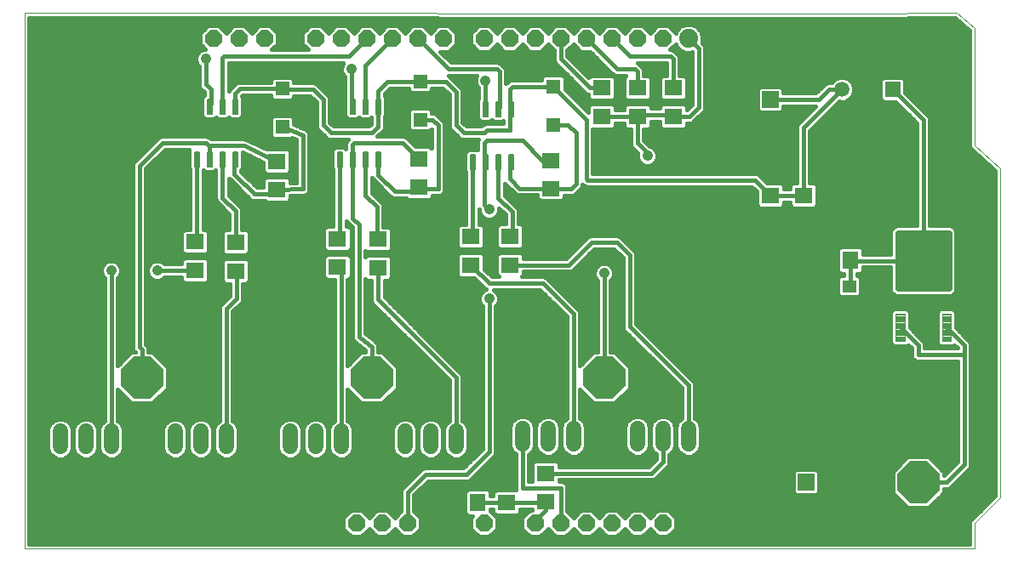
<source format=gtl>
G75*
%MOIN*%
%OFA0B0*%
%FSLAX25Y25*%
%IPPOS*%
%LPD*%
%AMOC8*
5,1,8,0,0,1.08239X$1,22.5*
%
%ADD10C,0.00000*%
%ADD11R,0.07098X0.06299*%
%ADD12R,0.07087X0.06299*%
%ADD13R,0.05512X0.05512*%
%ADD14R,0.06299X0.07087*%
%ADD15OC8,0.06600*%
%ADD16C,0.06600*%
%ADD17R,0.06500X0.06500*%
%ADD18C,0.06000*%
%ADD19C,0.07400*%
%ADD20C,0.00581*%
%ADD21OC8,0.16400*%
%ADD22R,0.05512X0.04724*%
%ADD23C,0.02217*%
%ADD24C,0.00382*%
%ADD25R,0.05937X0.05937*%
%ADD26C,0.05937*%
%ADD27C,0.06500*%
%ADD28C,0.01600*%
%ADD29C,0.01000*%
%ADD30C,0.04134*%
D10*
X0005000Y0005000D02*
X0005000Y0215000D01*
X0330921Y0214701D01*
X0370000Y0215000D01*
X0377000Y0209000D01*
X0377000Y0163000D01*
X0387000Y0154000D01*
X0387000Y0025000D01*
X0377000Y0015000D01*
X0377000Y0005000D01*
X0005000Y0005000D01*
D11*
X0193898Y0023047D03*
X0209102Y0023339D03*
X0209102Y0034535D03*
X0193898Y0034244D03*
X0087677Y0113835D03*
X0071929Y0114071D03*
X0071929Y0125268D03*
X0087677Y0125031D03*
X0127614Y0126504D03*
X0143362Y0126268D03*
X0143362Y0115071D03*
X0127614Y0115307D03*
X0179890Y0116071D03*
X0195244Y0116228D03*
X0195244Y0127425D03*
X0179890Y0127268D03*
X0231000Y0174402D03*
X0245000Y0174402D03*
X0259000Y0174402D03*
X0259000Y0185598D03*
X0245000Y0185598D03*
X0231000Y0185598D03*
D12*
X0211268Y0157236D03*
X0211268Y0146213D03*
X0159386Y0146772D03*
X0159386Y0157795D03*
X0103937Y0156835D03*
X0103937Y0145811D03*
X0297000Y0143512D03*
X0310000Y0143512D03*
X0310000Y0132488D03*
X0297000Y0132488D03*
D13*
X0212063Y0171142D03*
X0212063Y0186102D03*
X0160000Y0188165D03*
X0160000Y0173205D03*
X0106000Y0170331D03*
X0106000Y0185291D03*
D14*
X0317488Y0118000D03*
X0328512Y0118000D03*
X0182496Y0023150D03*
X0171472Y0023150D03*
D15*
X0175000Y0015000D03*
X0185000Y0015000D03*
X0165000Y0015000D03*
X0155000Y0015000D03*
X0145000Y0015000D03*
X0135000Y0015000D03*
X0205000Y0015000D03*
X0215000Y0015000D03*
X0225000Y0015000D03*
X0235000Y0015000D03*
X0245000Y0015000D03*
X0255000Y0015000D03*
X0255000Y0205000D03*
X0245000Y0205000D03*
X0235000Y0205000D03*
X0225000Y0205000D03*
X0215000Y0205000D03*
X0205000Y0205000D03*
X0195000Y0205000D03*
X0185000Y0205000D03*
X0169000Y0205000D03*
X0159000Y0205000D03*
X0149000Y0205000D03*
X0139000Y0205000D03*
X0129000Y0205000D03*
X0119000Y0205000D03*
X0109000Y0205000D03*
X0099000Y0205000D03*
X0089000Y0205000D03*
X0079000Y0205000D03*
D16*
X0311000Y0061000D03*
D17*
X0311000Y0031000D03*
X0297000Y0181000D03*
D18*
X0265000Y0052000D02*
X0265000Y0046000D01*
X0255000Y0046000D02*
X0255000Y0052000D01*
X0245000Y0052000D02*
X0245000Y0046000D01*
X0220000Y0046000D02*
X0220000Y0052000D01*
X0210000Y0052000D02*
X0210000Y0046000D01*
X0200000Y0046000D02*
X0200000Y0052000D01*
X0174000Y0051000D02*
X0174000Y0045000D01*
X0164000Y0045000D02*
X0164000Y0051000D01*
X0154000Y0051000D02*
X0154000Y0045000D01*
X0129000Y0045000D02*
X0129000Y0051000D01*
X0119000Y0051000D02*
X0119000Y0045000D01*
X0109000Y0045000D02*
X0109000Y0051000D01*
X0084000Y0051000D02*
X0084000Y0045000D01*
X0074000Y0045000D02*
X0074000Y0051000D01*
X0064000Y0051000D02*
X0064000Y0045000D01*
X0039000Y0045000D02*
X0039000Y0051000D01*
X0029000Y0051000D02*
X0029000Y0045000D01*
X0019000Y0045000D02*
X0019000Y0051000D01*
D19*
X0265000Y0205000D03*
X0275000Y0205000D03*
D20*
X0194629Y0180155D02*
X0194629Y0174515D01*
X0194629Y0180155D02*
X0196371Y0180155D01*
X0196371Y0174515D01*
X0194629Y0174515D01*
X0194629Y0175095D02*
X0196371Y0175095D01*
X0196371Y0175675D02*
X0194629Y0175675D01*
X0194629Y0176255D02*
X0196371Y0176255D01*
X0196371Y0176835D02*
X0194629Y0176835D01*
X0194629Y0177415D02*
X0196371Y0177415D01*
X0196371Y0177995D02*
X0194629Y0177995D01*
X0194629Y0178575D02*
X0196371Y0178575D01*
X0196371Y0179155D02*
X0194629Y0179155D01*
X0194629Y0179735D02*
X0196371Y0179735D01*
X0189629Y0180155D02*
X0189629Y0174515D01*
X0189629Y0180155D02*
X0191371Y0180155D01*
X0191371Y0174515D01*
X0189629Y0174515D01*
X0189629Y0175095D02*
X0191371Y0175095D01*
X0191371Y0175675D02*
X0189629Y0175675D01*
X0189629Y0176255D02*
X0191371Y0176255D01*
X0191371Y0176835D02*
X0189629Y0176835D01*
X0189629Y0177415D02*
X0191371Y0177415D01*
X0191371Y0177995D02*
X0189629Y0177995D01*
X0189629Y0178575D02*
X0191371Y0178575D01*
X0191371Y0179155D02*
X0189629Y0179155D01*
X0189629Y0179735D02*
X0191371Y0179735D01*
X0184629Y0180155D02*
X0184629Y0174515D01*
X0184629Y0180155D02*
X0186371Y0180155D01*
X0186371Y0174515D01*
X0184629Y0174515D01*
X0184629Y0175095D02*
X0186371Y0175095D01*
X0186371Y0175675D02*
X0184629Y0175675D01*
X0184629Y0176255D02*
X0186371Y0176255D01*
X0186371Y0176835D02*
X0184629Y0176835D01*
X0184629Y0177415D02*
X0186371Y0177415D01*
X0186371Y0177995D02*
X0184629Y0177995D01*
X0184629Y0178575D02*
X0186371Y0178575D01*
X0186371Y0179155D02*
X0184629Y0179155D01*
X0184629Y0179735D02*
X0186371Y0179735D01*
X0179629Y0180155D02*
X0179629Y0174515D01*
X0179629Y0180155D02*
X0181371Y0180155D01*
X0181371Y0174515D01*
X0179629Y0174515D01*
X0179629Y0175095D02*
X0181371Y0175095D01*
X0181371Y0175675D02*
X0179629Y0175675D01*
X0179629Y0176255D02*
X0181371Y0176255D01*
X0181371Y0176835D02*
X0179629Y0176835D01*
X0179629Y0177415D02*
X0181371Y0177415D01*
X0181371Y0177995D02*
X0179629Y0177995D01*
X0179629Y0178575D02*
X0181371Y0178575D01*
X0181371Y0179155D02*
X0179629Y0179155D01*
X0179629Y0179735D02*
X0181371Y0179735D01*
X0142629Y0181155D02*
X0142629Y0175515D01*
X0142629Y0181155D02*
X0144371Y0181155D01*
X0144371Y0175515D01*
X0142629Y0175515D01*
X0142629Y0176095D02*
X0144371Y0176095D01*
X0144371Y0176675D02*
X0142629Y0176675D01*
X0142629Y0177255D02*
X0144371Y0177255D01*
X0144371Y0177835D02*
X0142629Y0177835D01*
X0142629Y0178415D02*
X0144371Y0178415D01*
X0144371Y0178995D02*
X0142629Y0178995D01*
X0142629Y0179575D02*
X0144371Y0179575D01*
X0144371Y0180155D02*
X0142629Y0180155D01*
X0142629Y0180735D02*
X0144371Y0180735D01*
X0137629Y0181155D02*
X0137629Y0175515D01*
X0137629Y0181155D02*
X0139371Y0181155D01*
X0139371Y0175515D01*
X0137629Y0175515D01*
X0137629Y0176095D02*
X0139371Y0176095D01*
X0139371Y0176675D02*
X0137629Y0176675D01*
X0137629Y0177255D02*
X0139371Y0177255D01*
X0139371Y0177835D02*
X0137629Y0177835D01*
X0137629Y0178415D02*
X0139371Y0178415D01*
X0139371Y0178995D02*
X0137629Y0178995D01*
X0137629Y0179575D02*
X0139371Y0179575D01*
X0139371Y0180155D02*
X0137629Y0180155D01*
X0137629Y0180735D02*
X0139371Y0180735D01*
X0132629Y0181155D02*
X0132629Y0175515D01*
X0132629Y0181155D02*
X0134371Y0181155D01*
X0134371Y0175515D01*
X0132629Y0175515D01*
X0132629Y0176095D02*
X0134371Y0176095D01*
X0134371Y0176675D02*
X0132629Y0176675D01*
X0132629Y0177255D02*
X0134371Y0177255D01*
X0134371Y0177835D02*
X0132629Y0177835D01*
X0132629Y0178415D02*
X0134371Y0178415D01*
X0134371Y0178995D02*
X0132629Y0178995D01*
X0132629Y0179575D02*
X0134371Y0179575D01*
X0134371Y0180155D02*
X0132629Y0180155D01*
X0132629Y0180735D02*
X0134371Y0180735D01*
X0127629Y0181155D02*
X0127629Y0175515D01*
X0127629Y0181155D02*
X0129371Y0181155D01*
X0129371Y0175515D01*
X0127629Y0175515D01*
X0127629Y0176095D02*
X0129371Y0176095D01*
X0129371Y0176675D02*
X0127629Y0176675D01*
X0127629Y0177255D02*
X0129371Y0177255D01*
X0129371Y0177835D02*
X0127629Y0177835D01*
X0127629Y0178415D02*
X0129371Y0178415D01*
X0129371Y0178995D02*
X0127629Y0178995D01*
X0127629Y0179575D02*
X0129371Y0179575D01*
X0129371Y0180155D02*
X0127629Y0180155D01*
X0127629Y0180735D02*
X0129371Y0180735D01*
X0086629Y0181155D02*
X0086629Y0175515D01*
X0086629Y0181155D02*
X0088371Y0181155D01*
X0088371Y0175515D01*
X0086629Y0175515D01*
X0086629Y0176095D02*
X0088371Y0176095D01*
X0088371Y0176675D02*
X0086629Y0176675D01*
X0086629Y0177255D02*
X0088371Y0177255D01*
X0088371Y0177835D02*
X0086629Y0177835D01*
X0086629Y0178415D02*
X0088371Y0178415D01*
X0088371Y0178995D02*
X0086629Y0178995D01*
X0086629Y0179575D02*
X0088371Y0179575D01*
X0088371Y0180155D02*
X0086629Y0180155D01*
X0086629Y0180735D02*
X0088371Y0180735D01*
X0081629Y0181155D02*
X0081629Y0175515D01*
X0081629Y0181155D02*
X0083371Y0181155D01*
X0083371Y0175515D01*
X0081629Y0175515D01*
X0081629Y0176095D02*
X0083371Y0176095D01*
X0083371Y0176675D02*
X0081629Y0176675D01*
X0081629Y0177255D02*
X0083371Y0177255D01*
X0083371Y0177835D02*
X0081629Y0177835D01*
X0081629Y0178415D02*
X0083371Y0178415D01*
X0083371Y0178995D02*
X0081629Y0178995D01*
X0081629Y0179575D02*
X0083371Y0179575D01*
X0083371Y0180155D02*
X0081629Y0180155D01*
X0081629Y0180735D02*
X0083371Y0180735D01*
X0076629Y0181155D02*
X0076629Y0175515D01*
X0076629Y0181155D02*
X0078371Y0181155D01*
X0078371Y0175515D01*
X0076629Y0175515D01*
X0076629Y0176095D02*
X0078371Y0176095D01*
X0078371Y0176675D02*
X0076629Y0176675D01*
X0076629Y0177255D02*
X0078371Y0177255D01*
X0078371Y0177835D02*
X0076629Y0177835D01*
X0076629Y0178415D02*
X0078371Y0178415D01*
X0078371Y0178995D02*
X0076629Y0178995D01*
X0076629Y0179575D02*
X0078371Y0179575D01*
X0078371Y0180155D02*
X0076629Y0180155D01*
X0076629Y0180735D02*
X0078371Y0180735D01*
X0071629Y0181155D02*
X0071629Y0175515D01*
X0071629Y0181155D02*
X0073371Y0181155D01*
X0073371Y0175515D01*
X0071629Y0175515D01*
X0071629Y0176095D02*
X0073371Y0176095D01*
X0073371Y0176675D02*
X0071629Y0176675D01*
X0071629Y0177255D02*
X0073371Y0177255D01*
X0073371Y0177835D02*
X0071629Y0177835D01*
X0071629Y0178415D02*
X0073371Y0178415D01*
X0073371Y0178995D02*
X0071629Y0178995D01*
X0071629Y0179575D02*
X0073371Y0179575D01*
X0073371Y0180155D02*
X0071629Y0180155D01*
X0071629Y0180735D02*
X0073371Y0180735D01*
X0071629Y0160485D02*
X0071629Y0154845D01*
X0071629Y0160485D02*
X0073371Y0160485D01*
X0073371Y0154845D01*
X0071629Y0154845D01*
X0071629Y0155425D02*
X0073371Y0155425D01*
X0073371Y0156005D02*
X0071629Y0156005D01*
X0071629Y0156585D02*
X0073371Y0156585D01*
X0073371Y0157165D02*
X0071629Y0157165D01*
X0071629Y0157745D02*
X0073371Y0157745D01*
X0073371Y0158325D02*
X0071629Y0158325D01*
X0071629Y0158905D02*
X0073371Y0158905D01*
X0073371Y0159485D02*
X0071629Y0159485D01*
X0071629Y0160065D02*
X0073371Y0160065D01*
X0076629Y0160485D02*
X0076629Y0154845D01*
X0076629Y0160485D02*
X0078371Y0160485D01*
X0078371Y0154845D01*
X0076629Y0154845D01*
X0076629Y0155425D02*
X0078371Y0155425D01*
X0078371Y0156005D02*
X0076629Y0156005D01*
X0076629Y0156585D02*
X0078371Y0156585D01*
X0078371Y0157165D02*
X0076629Y0157165D01*
X0076629Y0157745D02*
X0078371Y0157745D01*
X0078371Y0158325D02*
X0076629Y0158325D01*
X0076629Y0158905D02*
X0078371Y0158905D01*
X0078371Y0159485D02*
X0076629Y0159485D01*
X0076629Y0160065D02*
X0078371Y0160065D01*
X0081629Y0160485D02*
X0081629Y0154845D01*
X0081629Y0160485D02*
X0083371Y0160485D01*
X0083371Y0154845D01*
X0081629Y0154845D01*
X0081629Y0155425D02*
X0083371Y0155425D01*
X0083371Y0156005D02*
X0081629Y0156005D01*
X0081629Y0156585D02*
X0083371Y0156585D01*
X0083371Y0157165D02*
X0081629Y0157165D01*
X0081629Y0157745D02*
X0083371Y0157745D01*
X0083371Y0158325D02*
X0081629Y0158325D01*
X0081629Y0158905D02*
X0083371Y0158905D01*
X0083371Y0159485D02*
X0081629Y0159485D01*
X0081629Y0160065D02*
X0083371Y0160065D01*
X0086629Y0160485D02*
X0086629Y0154845D01*
X0086629Y0160485D02*
X0088371Y0160485D01*
X0088371Y0154845D01*
X0086629Y0154845D01*
X0086629Y0155425D02*
X0088371Y0155425D01*
X0088371Y0156005D02*
X0086629Y0156005D01*
X0086629Y0156585D02*
X0088371Y0156585D01*
X0088371Y0157165D02*
X0086629Y0157165D01*
X0086629Y0157745D02*
X0088371Y0157745D01*
X0088371Y0158325D02*
X0086629Y0158325D01*
X0086629Y0158905D02*
X0088371Y0158905D01*
X0088371Y0159485D02*
X0086629Y0159485D01*
X0086629Y0160065D02*
X0088371Y0160065D01*
X0127629Y0160485D02*
X0127629Y0154845D01*
X0127629Y0160485D02*
X0129371Y0160485D01*
X0129371Y0154845D01*
X0127629Y0154845D01*
X0127629Y0155425D02*
X0129371Y0155425D01*
X0129371Y0156005D02*
X0127629Y0156005D01*
X0127629Y0156585D02*
X0129371Y0156585D01*
X0129371Y0157165D02*
X0127629Y0157165D01*
X0127629Y0157745D02*
X0129371Y0157745D01*
X0129371Y0158325D02*
X0127629Y0158325D01*
X0127629Y0158905D02*
X0129371Y0158905D01*
X0129371Y0159485D02*
X0127629Y0159485D01*
X0127629Y0160065D02*
X0129371Y0160065D01*
X0132629Y0160485D02*
X0132629Y0154845D01*
X0132629Y0160485D02*
X0134371Y0160485D01*
X0134371Y0154845D01*
X0132629Y0154845D01*
X0132629Y0155425D02*
X0134371Y0155425D01*
X0134371Y0156005D02*
X0132629Y0156005D01*
X0132629Y0156585D02*
X0134371Y0156585D01*
X0134371Y0157165D02*
X0132629Y0157165D01*
X0132629Y0157745D02*
X0134371Y0157745D01*
X0134371Y0158325D02*
X0132629Y0158325D01*
X0132629Y0158905D02*
X0134371Y0158905D01*
X0134371Y0159485D02*
X0132629Y0159485D01*
X0132629Y0160065D02*
X0134371Y0160065D01*
X0137629Y0160485D02*
X0137629Y0154845D01*
X0137629Y0160485D02*
X0139371Y0160485D01*
X0139371Y0154845D01*
X0137629Y0154845D01*
X0137629Y0155425D02*
X0139371Y0155425D01*
X0139371Y0156005D02*
X0137629Y0156005D01*
X0137629Y0156585D02*
X0139371Y0156585D01*
X0139371Y0157165D02*
X0137629Y0157165D01*
X0137629Y0157745D02*
X0139371Y0157745D01*
X0139371Y0158325D02*
X0137629Y0158325D01*
X0137629Y0158905D02*
X0139371Y0158905D01*
X0139371Y0159485D02*
X0137629Y0159485D01*
X0137629Y0160065D02*
X0139371Y0160065D01*
X0142629Y0160485D02*
X0142629Y0154845D01*
X0142629Y0160485D02*
X0144371Y0160485D01*
X0144371Y0154845D01*
X0142629Y0154845D01*
X0142629Y0155425D02*
X0144371Y0155425D01*
X0144371Y0156005D02*
X0142629Y0156005D01*
X0142629Y0156585D02*
X0144371Y0156585D01*
X0144371Y0157165D02*
X0142629Y0157165D01*
X0142629Y0157745D02*
X0144371Y0157745D01*
X0144371Y0158325D02*
X0142629Y0158325D01*
X0142629Y0158905D02*
X0144371Y0158905D01*
X0144371Y0159485D02*
X0142629Y0159485D01*
X0142629Y0160065D02*
X0144371Y0160065D01*
X0179629Y0159485D02*
X0179629Y0153845D01*
X0179629Y0159485D02*
X0181371Y0159485D01*
X0181371Y0153845D01*
X0179629Y0153845D01*
X0179629Y0154425D02*
X0181371Y0154425D01*
X0181371Y0155005D02*
X0179629Y0155005D01*
X0179629Y0155585D02*
X0181371Y0155585D01*
X0181371Y0156165D02*
X0179629Y0156165D01*
X0179629Y0156745D02*
X0181371Y0156745D01*
X0181371Y0157325D02*
X0179629Y0157325D01*
X0179629Y0157905D02*
X0181371Y0157905D01*
X0181371Y0158485D02*
X0179629Y0158485D01*
X0179629Y0159065D02*
X0181371Y0159065D01*
X0184629Y0159485D02*
X0184629Y0153845D01*
X0184629Y0159485D02*
X0186371Y0159485D01*
X0186371Y0153845D01*
X0184629Y0153845D01*
X0184629Y0154425D02*
X0186371Y0154425D01*
X0186371Y0155005D02*
X0184629Y0155005D01*
X0184629Y0155585D02*
X0186371Y0155585D01*
X0186371Y0156165D02*
X0184629Y0156165D01*
X0184629Y0156745D02*
X0186371Y0156745D01*
X0186371Y0157325D02*
X0184629Y0157325D01*
X0184629Y0157905D02*
X0186371Y0157905D01*
X0186371Y0158485D02*
X0184629Y0158485D01*
X0184629Y0159065D02*
X0186371Y0159065D01*
X0189629Y0159485D02*
X0189629Y0153845D01*
X0189629Y0159485D02*
X0191371Y0159485D01*
X0191371Y0153845D01*
X0189629Y0153845D01*
X0189629Y0154425D02*
X0191371Y0154425D01*
X0191371Y0155005D02*
X0189629Y0155005D01*
X0189629Y0155585D02*
X0191371Y0155585D01*
X0191371Y0156165D02*
X0189629Y0156165D01*
X0189629Y0156745D02*
X0191371Y0156745D01*
X0191371Y0157325D02*
X0189629Y0157325D01*
X0189629Y0157905D02*
X0191371Y0157905D01*
X0191371Y0158485D02*
X0189629Y0158485D01*
X0189629Y0159065D02*
X0191371Y0159065D01*
X0194629Y0159485D02*
X0194629Y0153845D01*
X0194629Y0159485D02*
X0196371Y0159485D01*
X0196371Y0153845D01*
X0194629Y0153845D01*
X0194629Y0154425D02*
X0196371Y0154425D01*
X0196371Y0155005D02*
X0194629Y0155005D01*
X0194629Y0155585D02*
X0196371Y0155585D01*
X0196371Y0156165D02*
X0194629Y0156165D01*
X0194629Y0156745D02*
X0196371Y0156745D01*
X0196371Y0157325D02*
X0194629Y0157325D01*
X0194629Y0157905D02*
X0196371Y0157905D01*
X0196371Y0158485D02*
X0194629Y0158485D01*
X0194629Y0159065D02*
X0196371Y0159065D01*
D21*
X0232000Y0072000D03*
X0141000Y0072000D03*
X0051000Y0072000D03*
X0355000Y0061000D03*
X0355000Y0031000D03*
D22*
X0328000Y0092126D03*
X0328000Y0107874D03*
D23*
X0347026Y0107002D02*
X0366974Y0107002D01*
X0347026Y0107002D02*
X0347026Y0128762D01*
X0366974Y0128762D01*
X0366974Y0107002D01*
X0366974Y0109218D02*
X0347026Y0109218D01*
X0347026Y0111434D02*
X0366974Y0111434D01*
X0366974Y0113650D02*
X0347026Y0113650D01*
X0347026Y0115866D02*
X0366974Y0115866D01*
X0366974Y0118082D02*
X0347026Y0118082D01*
X0347026Y0120298D02*
X0366974Y0120298D01*
X0366974Y0122514D02*
X0347026Y0122514D01*
X0347026Y0124730D02*
X0366974Y0124730D01*
X0366974Y0126946D02*
X0347026Y0126946D01*
D24*
X0346266Y0086321D02*
X0349702Y0086321D01*
X0346266Y0086321D02*
X0346266Y0097081D01*
X0349702Y0097081D01*
X0349702Y0086321D01*
X0349702Y0086702D02*
X0346266Y0086702D01*
X0346266Y0087083D02*
X0349702Y0087083D01*
X0349702Y0087464D02*
X0346266Y0087464D01*
X0346266Y0087845D02*
X0349702Y0087845D01*
X0349702Y0088226D02*
X0346266Y0088226D01*
X0346266Y0088607D02*
X0349702Y0088607D01*
X0349702Y0088988D02*
X0346266Y0088988D01*
X0346266Y0089369D02*
X0349702Y0089369D01*
X0349702Y0089750D02*
X0346266Y0089750D01*
X0346266Y0090131D02*
X0349702Y0090131D01*
X0349702Y0090512D02*
X0346266Y0090512D01*
X0346266Y0090893D02*
X0349702Y0090893D01*
X0349702Y0091274D02*
X0346266Y0091274D01*
X0346266Y0091655D02*
X0349702Y0091655D01*
X0349702Y0092036D02*
X0346266Y0092036D01*
X0346266Y0092417D02*
X0349702Y0092417D01*
X0349702Y0092798D02*
X0346266Y0092798D01*
X0346266Y0093179D02*
X0349702Y0093179D01*
X0349702Y0093560D02*
X0346266Y0093560D01*
X0346266Y0093941D02*
X0349702Y0093941D01*
X0349702Y0094322D02*
X0346266Y0094322D01*
X0346266Y0094703D02*
X0349702Y0094703D01*
X0349702Y0095084D02*
X0346266Y0095084D01*
X0346266Y0095465D02*
X0349702Y0095465D01*
X0349702Y0095846D02*
X0346266Y0095846D01*
X0346266Y0096227D02*
X0349702Y0096227D01*
X0349702Y0096608D02*
X0346266Y0096608D01*
X0346266Y0096989D02*
X0349702Y0096989D01*
X0364298Y0086321D02*
X0367734Y0086321D01*
X0364298Y0086321D02*
X0364298Y0097081D01*
X0367734Y0097081D01*
X0367734Y0086321D01*
X0367734Y0086702D02*
X0364298Y0086702D01*
X0364298Y0087083D02*
X0367734Y0087083D01*
X0367734Y0087464D02*
X0364298Y0087464D01*
X0364298Y0087845D02*
X0367734Y0087845D01*
X0367734Y0088226D02*
X0364298Y0088226D01*
X0364298Y0088607D02*
X0367734Y0088607D01*
X0367734Y0088988D02*
X0364298Y0088988D01*
X0364298Y0089369D02*
X0367734Y0089369D01*
X0367734Y0089750D02*
X0364298Y0089750D01*
X0364298Y0090131D02*
X0367734Y0090131D01*
X0367734Y0090512D02*
X0364298Y0090512D01*
X0364298Y0090893D02*
X0367734Y0090893D01*
X0367734Y0091274D02*
X0364298Y0091274D01*
X0364298Y0091655D02*
X0367734Y0091655D01*
X0367734Y0092036D02*
X0364298Y0092036D01*
X0364298Y0092417D02*
X0367734Y0092417D01*
X0367734Y0092798D02*
X0364298Y0092798D01*
X0364298Y0093179D02*
X0367734Y0093179D01*
X0367734Y0093560D02*
X0364298Y0093560D01*
X0364298Y0093941D02*
X0367734Y0093941D01*
X0367734Y0094322D02*
X0364298Y0094322D01*
X0364298Y0094703D02*
X0367734Y0094703D01*
X0367734Y0095084D02*
X0364298Y0095084D01*
X0364298Y0095465D02*
X0367734Y0095465D01*
X0367734Y0095846D02*
X0364298Y0095846D01*
X0364298Y0096227D02*
X0367734Y0096227D01*
X0367734Y0096608D02*
X0364298Y0096608D01*
X0364298Y0096989D02*
X0367734Y0096989D01*
D25*
X0345000Y0184988D03*
D26*
X0335000Y0184988D03*
X0325000Y0184988D03*
D27*
X0297000Y0191000D03*
D28*
X0300996Y0186050D02*
X0293004Y0186050D01*
X0291950Y0184996D01*
X0291950Y0177004D01*
X0293004Y0175950D01*
X0300996Y0175950D01*
X0302050Y0177004D01*
X0302050Y0178400D01*
X0314735Y0178400D01*
X0307796Y0171461D01*
X0307400Y0170505D01*
X0307400Y0148461D01*
X0305711Y0148461D01*
X0304657Y0147407D01*
X0304657Y0146112D01*
X0302343Y0146112D01*
X0302343Y0147407D01*
X0301289Y0148461D01*
X0295727Y0148461D01*
X0292473Y0151716D01*
X0291517Y0152112D01*
X0227600Y0152112D01*
X0227600Y0169452D01*
X0235295Y0169452D01*
X0236349Y0170506D01*
X0236349Y0171802D01*
X0239651Y0171802D01*
X0239651Y0170506D01*
X0240705Y0169452D01*
X0242400Y0169452D01*
X0242400Y0163483D01*
X0242796Y0162527D01*
X0243527Y0161796D01*
X0245256Y0160067D01*
X0245133Y0159769D01*
X0245133Y0158231D01*
X0245722Y0156810D01*
X0246810Y0155722D01*
X0248231Y0155133D01*
X0249769Y0155133D01*
X0251190Y0155722D01*
X0252278Y0156810D01*
X0252867Y0158231D01*
X0252867Y0159769D01*
X0252278Y0161190D01*
X0251190Y0162278D01*
X0249839Y0162838D01*
X0247600Y0165077D01*
X0247600Y0169452D01*
X0249295Y0169452D01*
X0250349Y0170506D01*
X0250349Y0172400D01*
X0253651Y0172400D01*
X0253651Y0170506D01*
X0254705Y0169452D01*
X0263295Y0169452D01*
X0264349Y0170506D01*
X0264349Y0171802D01*
X0265919Y0171802D01*
X0266874Y0172197D01*
X0267606Y0172929D01*
X0270473Y0175796D01*
X0271204Y0176527D01*
X0271600Y0177483D01*
X0271600Y0201517D01*
X0271204Y0202473D01*
X0270473Y0203204D01*
X0270473Y0203204D01*
X0270286Y0203390D01*
X0270500Y0203906D01*
X0270500Y0206094D01*
X0269663Y0208115D01*
X0268115Y0209663D01*
X0266094Y0210500D01*
X0263906Y0210500D01*
X0261884Y0209663D01*
X0260337Y0208115D01*
X0259974Y0207238D01*
X0257112Y0210100D01*
X0252888Y0210100D01*
X0250000Y0207212D01*
X0247112Y0210100D01*
X0242888Y0210100D01*
X0240000Y0207212D01*
X0237112Y0210100D01*
X0232888Y0210100D01*
X0230000Y0207212D01*
X0227112Y0210100D01*
X0222888Y0210100D01*
X0220000Y0207212D01*
X0217112Y0210100D01*
X0212888Y0210100D01*
X0210000Y0207212D01*
X0207112Y0210100D01*
X0202888Y0210100D01*
X0200000Y0207212D01*
X0197112Y0210100D01*
X0192888Y0210100D01*
X0190000Y0207212D01*
X0187112Y0210100D01*
X0182888Y0210100D01*
X0179900Y0207112D01*
X0179900Y0202888D01*
X0182888Y0199900D01*
X0187112Y0199900D01*
X0190000Y0202788D01*
X0192888Y0199900D01*
X0197112Y0199900D01*
X0200000Y0202788D01*
X0202888Y0199900D01*
X0207112Y0199900D01*
X0210000Y0202788D01*
X0212400Y0200388D01*
X0212400Y0196483D01*
X0212796Y0195527D01*
X0224929Y0183394D01*
X0225651Y0183095D01*
X0225651Y0181703D01*
X0226705Y0180649D01*
X0235295Y0180649D01*
X0236349Y0181703D01*
X0236349Y0189494D01*
X0235295Y0190548D01*
X0226705Y0190548D01*
X0225917Y0189760D01*
X0217600Y0198077D01*
X0217600Y0200388D01*
X0220000Y0202788D01*
X0222888Y0199900D01*
X0226423Y0199900D01*
X0234796Y0191527D01*
X0235527Y0190796D01*
X0236483Y0190400D01*
X0240557Y0190400D01*
X0239651Y0189494D01*
X0239651Y0181703D01*
X0240705Y0180649D01*
X0249295Y0180649D01*
X0250349Y0181703D01*
X0250349Y0189494D01*
X0249295Y0190548D01*
X0247600Y0190548D01*
X0247600Y0192517D01*
X0247204Y0193473D01*
X0246473Y0194204D01*
X0246473Y0194204D01*
X0246204Y0194473D01*
X0245473Y0195204D01*
X0245000Y0195400D01*
X0256400Y0195400D01*
X0256400Y0190548D01*
X0254705Y0190548D01*
X0253651Y0189494D01*
X0253651Y0181703D01*
X0254705Y0180649D01*
X0263295Y0180649D01*
X0264349Y0181703D01*
X0264349Y0189494D01*
X0263295Y0190548D01*
X0261600Y0190548D01*
X0261600Y0197517D01*
X0261204Y0198473D01*
X0260473Y0199204D01*
X0259473Y0200204D01*
X0258517Y0200600D01*
X0257812Y0200600D01*
X0259974Y0202762D01*
X0260337Y0201884D01*
X0261884Y0200337D01*
X0263906Y0199500D01*
X0266094Y0199500D01*
X0266400Y0199627D01*
X0266400Y0179077D01*
X0264349Y0177026D01*
X0264349Y0178297D01*
X0263295Y0179351D01*
X0254705Y0179351D01*
X0253651Y0178297D01*
X0253651Y0177600D01*
X0250349Y0177600D01*
X0250349Y0178297D01*
X0249295Y0179351D01*
X0240705Y0179351D01*
X0239651Y0178297D01*
X0239651Y0177002D01*
X0236349Y0177002D01*
X0236349Y0178297D01*
X0235295Y0179351D01*
X0226705Y0179351D01*
X0225651Y0178297D01*
X0225651Y0176191D01*
X0216619Y0185223D01*
X0216619Y0189604D01*
X0215564Y0190658D01*
X0208561Y0190658D01*
X0207507Y0189604D01*
X0207507Y0188702D01*
X0195585Y0188702D01*
X0194630Y0188307D01*
X0193600Y0187277D01*
X0193600Y0192517D01*
X0193204Y0193473D01*
X0192473Y0194204D01*
X0192473Y0194204D01*
X0191473Y0195204D01*
X0190517Y0195600D01*
X0172077Y0195600D01*
X0167777Y0199900D01*
X0171112Y0199900D01*
X0174100Y0202888D01*
X0174100Y0207112D01*
X0171112Y0210100D01*
X0166888Y0210100D01*
X0164000Y0207212D01*
X0161112Y0210100D01*
X0156888Y0210100D01*
X0154000Y0207212D01*
X0151112Y0210100D01*
X0146888Y0210100D01*
X0144000Y0207212D01*
X0141112Y0210100D01*
X0136888Y0210100D01*
X0134000Y0207212D01*
X0131112Y0210100D01*
X0126888Y0210100D01*
X0124000Y0207212D01*
X0121112Y0210100D01*
X0116888Y0210100D01*
X0113900Y0207112D01*
X0113900Y0202888D01*
X0116188Y0200600D01*
X0101812Y0200600D01*
X0104100Y0202888D01*
X0104100Y0207112D01*
X0101112Y0210100D01*
X0096888Y0210100D01*
X0094000Y0207212D01*
X0091112Y0210100D01*
X0086888Y0210100D01*
X0084000Y0207212D01*
X0081112Y0210100D01*
X0076888Y0210100D01*
X0073900Y0207112D01*
X0073900Y0202888D01*
X0075921Y0200867D01*
X0075231Y0200867D01*
X0073810Y0200278D01*
X0072722Y0199190D01*
X0072133Y0197769D01*
X0072133Y0196231D01*
X0072722Y0194810D01*
X0073400Y0194131D01*
X0073400Y0186483D01*
X0073796Y0185527D01*
X0075400Y0183923D01*
X0075400Y0182882D01*
X0074539Y0182020D01*
X0074539Y0174649D01*
X0075763Y0173424D01*
X0079237Y0173424D01*
X0080000Y0174187D01*
X0080763Y0173424D01*
X0084237Y0173424D01*
X0085000Y0174187D01*
X0085763Y0173424D01*
X0089237Y0173424D01*
X0090461Y0174649D01*
X0090461Y0182020D01*
X0090100Y0182382D01*
X0090100Y0182423D01*
X0090368Y0182691D01*
X0101444Y0182691D01*
X0101444Y0181790D01*
X0102498Y0180735D01*
X0109501Y0180735D01*
X0110556Y0181790D01*
X0110556Y0182400D01*
X0116923Y0182400D01*
X0119400Y0179923D01*
X0119400Y0170483D01*
X0119796Y0169527D01*
X0120527Y0168796D01*
X0123527Y0165796D01*
X0124483Y0165400D01*
X0131723Y0165400D01*
X0131296Y0164973D01*
X0130900Y0164017D01*
X0130900Y0161912D01*
X0130237Y0162576D01*
X0126763Y0162576D01*
X0125539Y0161351D01*
X0125539Y0153980D01*
X0125900Y0153618D01*
X0125900Y0131454D01*
X0123319Y0131454D01*
X0122265Y0130399D01*
X0122265Y0122609D01*
X0123319Y0121554D01*
X0131909Y0121554D01*
X0132963Y0122609D01*
X0132963Y0130399D01*
X0131909Y0131454D01*
X0131100Y0131454D01*
X0131100Y0133500D01*
X0131296Y0133027D01*
X0133400Y0130923D01*
X0133400Y0088369D01*
X0133359Y0088227D01*
X0133400Y0087856D01*
X0133400Y0087483D01*
X0133457Y0087346D01*
X0133473Y0087199D01*
X0133653Y0086872D01*
X0133796Y0086527D01*
X0133901Y0086423D01*
X0133972Y0086293D01*
X0134263Y0086060D01*
X0134527Y0085796D01*
X0134664Y0085739D01*
X0138400Y0082750D01*
X0138400Y0082000D01*
X0136858Y0082000D01*
X0131600Y0076742D01*
X0131600Y0110357D01*
X0131909Y0110357D01*
X0132963Y0111412D01*
X0132963Y0119202D01*
X0131909Y0120257D01*
X0123319Y0120257D01*
X0122265Y0119202D01*
X0122265Y0111412D01*
X0123319Y0110357D01*
X0126400Y0110357D01*
X0126400Y0055119D01*
X0126281Y0055069D01*
X0124931Y0053719D01*
X0124200Y0051955D01*
X0124200Y0044045D01*
X0124931Y0042281D01*
X0126281Y0040931D01*
X0128045Y0040200D01*
X0129955Y0040200D01*
X0131719Y0040931D01*
X0133069Y0042281D01*
X0133800Y0044045D01*
X0133800Y0051955D01*
X0133069Y0053719D01*
X0131719Y0055069D01*
X0131600Y0055119D01*
X0131600Y0067258D01*
X0136858Y0062000D01*
X0145142Y0062000D01*
X0151000Y0067858D01*
X0151000Y0076142D01*
X0145142Y0082000D01*
X0143600Y0082000D01*
X0143600Y0083631D01*
X0143641Y0083773D01*
X0143600Y0084144D01*
X0143600Y0084517D01*
X0143543Y0084654D01*
X0143527Y0084801D01*
X0143347Y0085128D01*
X0143204Y0085473D01*
X0143099Y0085577D01*
X0143028Y0085707D01*
X0142737Y0085940D01*
X0142473Y0086204D01*
X0142336Y0086261D01*
X0138600Y0089250D01*
X0138600Y0110589D01*
X0139067Y0110121D01*
X0140762Y0110121D01*
X0140762Y0102121D01*
X0141158Y0101165D01*
X0171400Y0070923D01*
X0171400Y0055119D01*
X0171281Y0055069D01*
X0169931Y0053719D01*
X0169200Y0051955D01*
X0169200Y0044045D01*
X0169931Y0042281D01*
X0171281Y0040931D01*
X0173045Y0040200D01*
X0174955Y0040200D01*
X0176719Y0040931D01*
X0178069Y0042281D01*
X0178800Y0044045D01*
X0178800Y0051955D01*
X0178069Y0053719D01*
X0176719Y0055069D01*
X0176600Y0055119D01*
X0176600Y0072517D01*
X0176204Y0073473D01*
X0145962Y0103715D01*
X0145962Y0110121D01*
X0147657Y0110121D01*
X0148711Y0111176D01*
X0148711Y0118966D01*
X0147657Y0120020D01*
X0139067Y0120020D01*
X0138600Y0119553D01*
X0138600Y0121786D01*
X0139067Y0121318D01*
X0147657Y0121318D01*
X0148711Y0122373D01*
X0148711Y0130163D01*
X0147657Y0131217D01*
X0145600Y0131217D01*
X0145600Y0139517D01*
X0145204Y0140473D01*
X0144473Y0141204D01*
X0141100Y0144577D01*
X0141100Y0150500D01*
X0141296Y0150027D01*
X0142027Y0149296D01*
X0147796Y0143527D01*
X0148527Y0142796D01*
X0149483Y0142400D01*
X0154519Y0142400D01*
X0155097Y0141822D01*
X0163675Y0141822D01*
X0164729Y0142876D01*
X0164729Y0143400D01*
X0167517Y0143400D01*
X0168473Y0143796D01*
X0169204Y0144527D01*
X0169600Y0145483D01*
X0169600Y0171517D01*
X0169204Y0172473D01*
X0168473Y0173204D01*
X0166268Y0175409D01*
X0165312Y0175805D01*
X0164556Y0175805D01*
X0164556Y0176706D01*
X0163501Y0177761D01*
X0156498Y0177761D01*
X0155444Y0176706D01*
X0155444Y0169703D01*
X0156498Y0168649D01*
X0163501Y0168649D01*
X0164400Y0169547D01*
X0164400Y0162020D01*
X0163675Y0162745D01*
X0158113Y0162745D01*
X0154654Y0166204D01*
X0153698Y0166600D01*
X0143277Y0166600D01*
X0144973Y0168296D01*
X0145704Y0169027D01*
X0146100Y0169983D01*
X0146100Y0174287D01*
X0146461Y0174649D01*
X0146461Y0182020D01*
X0146100Y0182382D01*
X0146100Y0183423D01*
X0148077Y0185400D01*
X0155444Y0185400D01*
X0155444Y0184664D01*
X0156498Y0183609D01*
X0163501Y0183609D01*
X0164556Y0184664D01*
X0164556Y0185400D01*
X0168923Y0185400D01*
X0171400Y0182923D01*
X0171400Y0170483D01*
X0171796Y0169527D01*
X0172527Y0168796D01*
X0174796Y0166527D01*
X0175527Y0165796D01*
X0176483Y0165400D01*
X0182766Y0165400D01*
X0182400Y0164517D01*
X0182400Y0161412D01*
X0182237Y0161576D01*
X0178763Y0161576D01*
X0177539Y0160351D01*
X0177539Y0152980D01*
X0177900Y0152618D01*
X0177900Y0132217D01*
X0175595Y0132217D01*
X0174541Y0131163D01*
X0174541Y0123373D01*
X0175595Y0122318D01*
X0184185Y0122318D01*
X0185239Y0123373D01*
X0185239Y0131163D01*
X0184185Y0132217D01*
X0183100Y0132217D01*
X0183100Y0138223D01*
X0183133Y0138190D01*
X0183133Y0137231D01*
X0183722Y0135810D01*
X0184810Y0134722D01*
X0186231Y0134133D01*
X0187769Y0134133D01*
X0189190Y0134722D01*
X0190278Y0135810D01*
X0190867Y0137231D01*
X0190867Y0138456D01*
X0193400Y0135923D01*
X0193400Y0132375D01*
X0190949Y0132375D01*
X0189895Y0131320D01*
X0189895Y0123530D01*
X0190949Y0122476D01*
X0199539Y0122476D01*
X0200593Y0123530D01*
X0200593Y0131320D01*
X0199539Y0132375D01*
X0198600Y0132375D01*
X0198600Y0137517D01*
X0198204Y0138473D01*
X0197473Y0139204D01*
X0193100Y0143577D01*
X0193100Y0148223D01*
X0193527Y0147796D01*
X0197315Y0144008D01*
X0198270Y0143613D01*
X0205924Y0143613D01*
X0205924Y0142317D01*
X0206979Y0141263D01*
X0215557Y0141263D01*
X0216611Y0142317D01*
X0216611Y0143400D01*
X0219517Y0143400D01*
X0220473Y0143796D01*
X0221204Y0144527D01*
X0223204Y0146527D01*
X0223600Y0147483D01*
X0223600Y0147723D01*
X0224015Y0147308D01*
X0224971Y0146912D01*
X0289923Y0146912D01*
X0291657Y0145178D01*
X0291657Y0139617D01*
X0292711Y0138562D01*
X0301289Y0138562D01*
X0302343Y0139617D01*
X0302343Y0140912D01*
X0304657Y0140912D01*
X0304657Y0139617D01*
X0305711Y0138562D01*
X0314289Y0138562D01*
X0315343Y0139617D01*
X0315343Y0147407D01*
X0314289Y0148461D01*
X0312600Y0148461D01*
X0312600Y0168911D01*
X0323950Y0180262D01*
X0324051Y0180220D01*
X0325949Y0180220D01*
X0327701Y0180946D01*
X0329043Y0182287D01*
X0329768Y0184040D01*
X0329768Y0185937D01*
X0329043Y0187689D01*
X0327701Y0189031D01*
X0325949Y0189757D01*
X0324051Y0189757D01*
X0322299Y0189031D01*
X0320957Y0187689D01*
X0320916Y0187588D01*
X0319471Y0187588D01*
X0318515Y0187192D01*
X0314923Y0183600D01*
X0302050Y0183600D01*
X0302050Y0184996D01*
X0300996Y0186050D01*
X0302050Y0184535D02*
X0315858Y0184535D01*
X0317457Y0186134D02*
X0271600Y0186134D01*
X0271600Y0187732D02*
X0321000Y0187732D01*
X0323023Y0189331D02*
X0271600Y0189331D01*
X0271600Y0190929D02*
X0375200Y0190929D01*
X0375200Y0189331D02*
X0349140Y0189331D01*
X0348714Y0189757D02*
X0341286Y0189757D01*
X0340231Y0188702D01*
X0340231Y0181274D01*
X0341286Y0180220D01*
X0346092Y0180220D01*
X0354400Y0171911D01*
X0354400Y0131670D01*
X0346447Y0131670D01*
X0345378Y0131227D01*
X0344560Y0130409D01*
X0344117Y0129340D01*
X0344117Y0120482D01*
X0333461Y0120482D01*
X0333461Y0122289D01*
X0332407Y0123343D01*
X0324617Y0123343D01*
X0323562Y0122289D01*
X0323562Y0113711D01*
X0324617Y0112657D01*
X0325912Y0112657D01*
X0325912Y0112036D01*
X0324498Y0112036D01*
X0323444Y0110982D01*
X0323444Y0104766D01*
X0324498Y0103712D01*
X0331501Y0103712D01*
X0332556Y0104766D01*
X0332556Y0110982D01*
X0331501Y0112036D01*
X0331112Y0112036D01*
X0331112Y0112657D01*
X0332407Y0112657D01*
X0333461Y0113711D01*
X0333461Y0115282D01*
X0344117Y0115282D01*
X0344117Y0106423D01*
X0344560Y0105355D01*
X0345378Y0104536D01*
X0346447Y0104094D01*
X0367553Y0104094D01*
X0368622Y0104536D01*
X0369440Y0105355D01*
X0369883Y0106423D01*
X0369883Y0129340D01*
X0369440Y0130409D01*
X0368622Y0131227D01*
X0367553Y0131670D01*
X0359600Y0131670D01*
X0359600Y0173505D01*
X0359204Y0174461D01*
X0358473Y0175192D01*
X0349768Y0183897D01*
X0349768Y0188702D01*
X0348714Y0189757D01*
X0349768Y0187732D02*
X0375200Y0187732D01*
X0375200Y0186134D02*
X0349768Y0186134D01*
X0349768Y0184535D02*
X0375200Y0184535D01*
X0375200Y0182937D02*
X0350729Y0182937D01*
X0352327Y0181338D02*
X0375200Y0181338D01*
X0375200Y0179739D02*
X0353926Y0179739D01*
X0355524Y0178141D02*
X0375200Y0178141D01*
X0375200Y0176542D02*
X0357123Y0176542D01*
X0358721Y0174944D02*
X0375200Y0174944D01*
X0375200Y0173345D02*
X0359600Y0173345D01*
X0359600Y0171747D02*
X0375200Y0171747D01*
X0375200Y0170148D02*
X0359600Y0170148D01*
X0359600Y0168550D02*
X0375200Y0168550D01*
X0375200Y0166951D02*
X0359600Y0166951D01*
X0359600Y0165353D02*
X0375200Y0165353D01*
X0375200Y0163754D02*
X0359600Y0163754D01*
X0359600Y0162156D02*
X0375247Y0162156D01*
X0375242Y0162161D02*
X0375761Y0161694D01*
X0376254Y0161200D01*
X0376309Y0161200D01*
X0385200Y0153198D01*
X0385200Y0025746D01*
X0375200Y0015746D01*
X0375200Y0006800D01*
X0006800Y0006800D01*
X0006800Y0213198D01*
X0330183Y0212901D01*
X0330189Y0212895D01*
X0330927Y0212901D01*
X0331665Y0212900D01*
X0331672Y0212906D01*
X0369340Y0213195D01*
X0375200Y0208172D01*
X0375200Y0163691D01*
X0375163Y0163650D01*
X0375200Y0162953D01*
X0375200Y0162254D01*
X0375239Y0162216D01*
X0375242Y0162161D01*
X0377023Y0160557D02*
X0359600Y0160557D01*
X0359600Y0158959D02*
X0378799Y0158959D01*
X0380576Y0157360D02*
X0359600Y0157360D01*
X0359600Y0155762D02*
X0382352Y0155762D01*
X0384128Y0154163D02*
X0359600Y0154163D01*
X0359600Y0152565D02*
X0385200Y0152565D01*
X0385200Y0150966D02*
X0359600Y0150966D01*
X0359600Y0149368D02*
X0385200Y0149368D01*
X0385200Y0147769D02*
X0359600Y0147769D01*
X0359600Y0146171D02*
X0385200Y0146171D01*
X0385200Y0144572D02*
X0359600Y0144572D01*
X0359600Y0142974D02*
X0385200Y0142974D01*
X0385200Y0141375D02*
X0359600Y0141375D01*
X0359600Y0139777D02*
X0385200Y0139777D01*
X0385200Y0138178D02*
X0359600Y0138178D01*
X0359600Y0136580D02*
X0385200Y0136580D01*
X0385200Y0134981D02*
X0359600Y0134981D01*
X0359600Y0133383D02*
X0385200Y0133383D01*
X0385200Y0131784D02*
X0359600Y0131784D01*
X0354400Y0131784D02*
X0200130Y0131784D01*
X0200593Y0130186D02*
X0344467Y0130186D01*
X0344117Y0128587D02*
X0200593Y0128587D01*
X0200593Y0126989D02*
X0225312Y0126989D01*
X0225527Y0127204D02*
X0224796Y0126473D01*
X0217151Y0118828D01*
X0200593Y0118828D01*
X0200593Y0120124D01*
X0199539Y0121178D01*
X0190949Y0121178D01*
X0189895Y0120124D01*
X0189895Y0112333D01*
X0190628Y0111600D01*
X0188038Y0111600D01*
X0185239Y0114399D01*
X0185239Y0119966D01*
X0184185Y0121020D01*
X0175595Y0121020D01*
X0174541Y0119966D01*
X0174541Y0112176D01*
X0175595Y0111121D01*
X0181162Y0111121D01*
X0184756Y0107527D01*
X0185488Y0106796D01*
X0185774Y0106677D01*
X0184810Y0106278D01*
X0183722Y0105190D01*
X0183133Y0103769D01*
X0183133Y0102231D01*
X0183722Y0100810D01*
X0184400Y0100131D01*
X0184400Y0044077D01*
X0176923Y0036600D01*
X0161483Y0036600D01*
X0160527Y0036204D01*
X0159796Y0035473D01*
X0152796Y0028473D01*
X0152400Y0027517D01*
X0152400Y0019612D01*
X0150000Y0017212D01*
X0147112Y0020100D01*
X0142888Y0020100D01*
X0140000Y0017212D01*
X0137112Y0020100D01*
X0132888Y0020100D01*
X0129900Y0017112D01*
X0129900Y0012888D01*
X0132888Y0009900D01*
X0137112Y0009900D01*
X0140000Y0012788D01*
X0142888Y0009900D01*
X0147112Y0009900D01*
X0150000Y0012788D01*
X0152888Y0009900D01*
X0157112Y0009900D01*
X0160100Y0012888D01*
X0160100Y0017112D01*
X0157600Y0019612D01*
X0157600Y0025923D01*
X0163077Y0031400D01*
X0178517Y0031400D01*
X0179473Y0031796D01*
X0188473Y0040796D01*
X0189204Y0041527D01*
X0189600Y0042483D01*
X0189600Y0100131D01*
X0190278Y0100810D01*
X0190867Y0102231D01*
X0190867Y0103769D01*
X0190278Y0105190D01*
X0189190Y0106278D01*
X0188896Y0106400D01*
X0206923Y0106400D01*
X0217400Y0095923D01*
X0217400Y0056119D01*
X0217281Y0056069D01*
X0215931Y0054719D01*
X0215200Y0052955D01*
X0215200Y0045045D01*
X0215931Y0043281D01*
X0217281Y0041931D01*
X0219045Y0041200D01*
X0220955Y0041200D01*
X0222719Y0041931D01*
X0224069Y0043281D01*
X0224800Y0045045D01*
X0224800Y0052955D01*
X0224069Y0054719D01*
X0222719Y0056069D01*
X0222600Y0056119D01*
X0222600Y0067258D01*
X0227858Y0062000D01*
X0236142Y0062000D01*
X0242000Y0067858D01*
X0242000Y0076142D01*
X0236142Y0082000D01*
X0234600Y0082000D01*
X0234600Y0110131D01*
X0235278Y0110810D01*
X0235867Y0112231D01*
X0235867Y0113769D01*
X0235278Y0115190D01*
X0234190Y0116278D01*
X0232769Y0116867D01*
X0231231Y0116867D01*
X0229810Y0116278D01*
X0228722Y0115190D01*
X0228133Y0113769D01*
X0228133Y0112231D01*
X0228722Y0110810D01*
X0229400Y0110131D01*
X0229400Y0082000D01*
X0227858Y0082000D01*
X0222600Y0076742D01*
X0222600Y0097517D01*
X0222204Y0098473D01*
X0221473Y0099204D01*
X0210204Y0110473D01*
X0209473Y0111204D01*
X0208517Y0111600D01*
X0199860Y0111600D01*
X0200593Y0112333D01*
X0200593Y0113628D01*
X0218746Y0113628D01*
X0219701Y0114024D01*
X0228077Y0122400D01*
X0235923Y0122400D01*
X0239400Y0118923D01*
X0239400Y0091483D01*
X0239796Y0090527D01*
X0262400Y0067923D01*
X0262400Y0056119D01*
X0262281Y0056069D01*
X0260931Y0054719D01*
X0260200Y0052955D01*
X0260200Y0045045D01*
X0260931Y0043281D01*
X0262281Y0041931D01*
X0264045Y0041200D01*
X0265955Y0041200D01*
X0267719Y0041931D01*
X0269069Y0043281D01*
X0269800Y0045045D01*
X0269800Y0052955D01*
X0269069Y0054719D01*
X0267719Y0056069D01*
X0267600Y0056119D01*
X0267600Y0069517D01*
X0267204Y0070473D01*
X0244600Y0093077D01*
X0244600Y0120517D01*
X0244204Y0121473D01*
X0243473Y0122204D01*
X0238473Y0127204D01*
X0237517Y0127600D01*
X0226483Y0127600D01*
X0225527Y0127204D01*
X0223713Y0125390D02*
X0200593Y0125390D01*
X0200593Y0123792D02*
X0222115Y0123792D01*
X0220516Y0122193D02*
X0148532Y0122193D01*
X0148711Y0123792D02*
X0174541Y0123792D01*
X0174541Y0125390D02*
X0148711Y0125390D01*
X0148711Y0126989D02*
X0174541Y0126989D01*
X0174541Y0128587D02*
X0148711Y0128587D01*
X0148689Y0130186D02*
X0174541Y0130186D01*
X0175162Y0131784D02*
X0145600Y0131784D01*
X0145600Y0133383D02*
X0177900Y0133383D01*
X0177900Y0134981D02*
X0145600Y0134981D01*
X0145600Y0136580D02*
X0177900Y0136580D01*
X0177900Y0138178D02*
X0145600Y0138178D01*
X0145492Y0139777D02*
X0177900Y0139777D01*
X0177900Y0141375D02*
X0144302Y0141375D01*
X0142703Y0142974D02*
X0148349Y0142974D01*
X0146751Y0144572D02*
X0141105Y0144572D01*
X0141100Y0146171D02*
X0145152Y0146171D01*
X0143554Y0147769D02*
X0141100Y0147769D01*
X0141100Y0149368D02*
X0141955Y0149368D01*
X0142027Y0149296D02*
X0142027Y0149296D01*
X0143500Y0151500D02*
X0143500Y0157665D01*
X0138500Y0157665D02*
X0138500Y0143500D01*
X0143000Y0139000D01*
X0143000Y0126630D01*
X0143362Y0126268D01*
X0136000Y0132000D02*
X0136000Y0088000D01*
X0141000Y0084000D01*
X0141000Y0072000D01*
X0132293Y0077435D02*
X0131600Y0077435D01*
X0131600Y0079033D02*
X0133891Y0079033D01*
X0135490Y0080632D02*
X0131600Y0080632D01*
X0131600Y0082230D02*
X0138400Y0082230D01*
X0137052Y0083829D02*
X0131600Y0083829D01*
X0131600Y0085427D02*
X0135054Y0085427D01*
X0133568Y0087026D02*
X0131600Y0087026D01*
X0131600Y0088624D02*
X0133400Y0088624D01*
X0133400Y0090223D02*
X0131600Y0090223D01*
X0131600Y0091821D02*
X0133400Y0091821D01*
X0133400Y0093420D02*
X0131600Y0093420D01*
X0131600Y0095018D02*
X0133400Y0095018D01*
X0133400Y0096617D02*
X0131600Y0096617D01*
X0131600Y0098215D02*
X0133400Y0098215D01*
X0133400Y0099814D02*
X0131600Y0099814D01*
X0131600Y0101412D02*
X0133400Y0101412D01*
X0133400Y0103011D02*
X0131600Y0103011D01*
X0131600Y0104609D02*
X0133400Y0104609D01*
X0133400Y0106208D02*
X0131600Y0106208D01*
X0131600Y0107806D02*
X0133400Y0107806D01*
X0133400Y0109405D02*
X0131600Y0109405D01*
X0132555Y0111003D02*
X0133400Y0111003D01*
X0133400Y0112602D02*
X0132963Y0112602D01*
X0132963Y0114201D02*
X0133400Y0114201D01*
X0133400Y0115799D02*
X0132963Y0115799D01*
X0132963Y0117398D02*
X0133400Y0117398D01*
X0133400Y0118996D02*
X0132963Y0118996D01*
X0133400Y0120595D02*
X0092485Y0120595D01*
X0091972Y0120082D02*
X0093026Y0121136D01*
X0093026Y0128927D01*
X0091972Y0129981D01*
X0090277Y0129981D01*
X0090277Y0137840D01*
X0089881Y0138796D01*
X0085100Y0143577D01*
X0085100Y0150223D01*
X0085712Y0149611D01*
X0092796Y0142527D01*
X0093527Y0141796D01*
X0094483Y0141400D01*
X0099110Y0141400D01*
X0099648Y0140861D01*
X0108226Y0140861D01*
X0109280Y0141916D01*
X0109280Y0143311D01*
X0114024Y0143400D01*
X0114517Y0143400D01*
X0114541Y0143410D01*
X0114566Y0143410D01*
X0115017Y0143607D01*
X0115473Y0143796D01*
X0115491Y0143814D01*
X0115514Y0143824D01*
X0115856Y0144179D01*
X0116204Y0144527D01*
X0116214Y0144551D01*
X0116231Y0144569D01*
X0116411Y0145027D01*
X0116600Y0145483D01*
X0116600Y0145508D01*
X0116609Y0145532D01*
X0116600Y0146024D01*
X0116600Y0166999D01*
X0116601Y0167512D01*
X0116600Y0167515D01*
X0116600Y0167517D01*
X0116403Y0167993D01*
X0116207Y0168469D01*
X0116205Y0168471D01*
X0116204Y0168473D01*
X0115842Y0168835D01*
X0115477Y0169201D01*
X0115474Y0169202D01*
X0115473Y0169204D01*
X0114998Y0169401D01*
X0110556Y0171250D01*
X0110556Y0173832D01*
X0109501Y0174887D01*
X0102498Y0174887D01*
X0101444Y0173832D01*
X0101444Y0166829D01*
X0102498Y0165775D01*
X0109501Y0165775D01*
X0109700Y0165974D01*
X0111400Y0165266D01*
X0111400Y0148552D01*
X0109280Y0148512D01*
X0109280Y0149706D01*
X0108226Y0150761D01*
X0099648Y0150761D01*
X0098594Y0149706D01*
X0098594Y0146600D01*
X0096077Y0146600D01*
X0089785Y0152892D01*
X0089785Y0153303D01*
X0090461Y0153980D01*
X0090461Y0160377D01*
X0098594Y0156501D01*
X0098594Y0152939D01*
X0099648Y0151885D01*
X0108226Y0151885D01*
X0109280Y0152939D01*
X0109280Y0160730D01*
X0108226Y0161784D01*
X0099648Y0161784D01*
X0099631Y0161767D01*
X0092522Y0165155D01*
X0092473Y0165204D01*
X0092057Y0165376D01*
X0091652Y0165570D01*
X0091582Y0165573D01*
X0091517Y0165600D01*
X0091068Y0165600D01*
X0090619Y0165623D01*
X0090553Y0165600D01*
X0078077Y0165600D01*
X0077473Y0166204D01*
X0076517Y0166600D01*
X0058483Y0166600D01*
X0057527Y0166204D01*
X0056796Y0165473D01*
X0048527Y0157204D01*
X0047796Y0156473D01*
X0047400Y0155517D01*
X0047400Y0083483D01*
X0047796Y0082527D01*
X0048323Y0082000D01*
X0046858Y0082000D01*
X0041600Y0076742D01*
X0041600Y0111131D01*
X0042278Y0111810D01*
X0042867Y0113231D01*
X0042867Y0114769D01*
X0042278Y0116190D01*
X0041190Y0117278D01*
X0039769Y0117867D01*
X0038231Y0117867D01*
X0036810Y0117278D01*
X0035722Y0116190D01*
X0035133Y0114769D01*
X0035133Y0113231D01*
X0035722Y0111810D01*
X0036400Y0111131D01*
X0036400Y0055119D01*
X0036281Y0055069D01*
X0034931Y0053719D01*
X0034200Y0051955D01*
X0034200Y0044045D01*
X0034931Y0042281D01*
X0036281Y0040931D01*
X0038045Y0040200D01*
X0039955Y0040200D01*
X0041719Y0040931D01*
X0043069Y0042281D01*
X0043800Y0044045D01*
X0043800Y0051955D01*
X0043069Y0053719D01*
X0041719Y0055069D01*
X0041600Y0055119D01*
X0041600Y0067258D01*
X0046858Y0062000D01*
X0055142Y0062000D01*
X0061000Y0067858D01*
X0061000Y0076142D01*
X0055142Y0082000D01*
X0053600Y0082000D01*
X0053600Y0083517D01*
X0053204Y0084473D01*
X0052600Y0085077D01*
X0052600Y0153923D01*
X0060077Y0161400D01*
X0069588Y0161400D01*
X0069539Y0161351D01*
X0069539Y0153980D01*
X0069900Y0153618D01*
X0069900Y0130217D01*
X0067634Y0130217D01*
X0066580Y0129163D01*
X0066580Y0121373D01*
X0067634Y0120318D01*
X0076224Y0120318D01*
X0077278Y0121373D01*
X0077278Y0129163D01*
X0076224Y0130217D01*
X0075100Y0130217D01*
X0075100Y0153418D01*
X0075763Y0152755D01*
X0079237Y0152755D01*
X0079900Y0153418D01*
X0079900Y0141983D01*
X0080296Y0141027D01*
X0085077Y0136246D01*
X0085077Y0129981D01*
X0083382Y0129981D01*
X0082328Y0128927D01*
X0082328Y0121136D01*
X0083382Y0120082D01*
X0091972Y0120082D01*
X0091972Y0118784D02*
X0083382Y0118784D01*
X0082328Y0117730D01*
X0082328Y0109939D01*
X0083382Y0108885D01*
X0085400Y0108885D01*
X0085400Y0104077D01*
X0081796Y0100473D01*
X0081400Y0099517D01*
X0081400Y0055119D01*
X0081281Y0055069D01*
X0079931Y0053719D01*
X0079200Y0051955D01*
X0079200Y0044045D01*
X0079931Y0042281D01*
X0081281Y0040931D01*
X0083045Y0040200D01*
X0084955Y0040200D01*
X0086719Y0040931D01*
X0088069Y0042281D01*
X0088800Y0044045D01*
X0088800Y0051955D01*
X0088069Y0053719D01*
X0086719Y0055069D01*
X0086600Y0055119D01*
X0086600Y0097923D01*
X0089473Y0100796D01*
X0090204Y0101527D01*
X0090600Y0102483D01*
X0090600Y0108885D01*
X0091972Y0108885D01*
X0093026Y0109939D01*
X0093026Y0117730D01*
X0091972Y0118784D01*
X0093026Y0117398D02*
X0122265Y0117398D01*
X0122265Y0118996D02*
X0076248Y0118996D01*
X0076224Y0119020D02*
X0077278Y0117966D01*
X0077278Y0110176D01*
X0076224Y0109121D01*
X0067634Y0109121D01*
X0066580Y0110176D01*
X0066580Y0111400D01*
X0059869Y0111400D01*
X0059190Y0110722D01*
X0057769Y0110133D01*
X0056231Y0110133D01*
X0054810Y0110722D01*
X0053722Y0111810D01*
X0053133Y0113231D01*
X0053133Y0114769D01*
X0053722Y0116190D01*
X0054810Y0117278D01*
X0056231Y0117867D01*
X0057769Y0117867D01*
X0059190Y0117278D01*
X0059869Y0116600D01*
X0066580Y0116600D01*
X0066580Y0117966D01*
X0067634Y0119020D01*
X0076224Y0119020D01*
X0076500Y0120595D02*
X0082870Y0120595D01*
X0082328Y0122193D02*
X0077278Y0122193D01*
X0077278Y0123792D02*
X0082328Y0123792D01*
X0082328Y0125390D02*
X0077278Y0125390D01*
X0077278Y0126989D02*
X0082328Y0126989D01*
X0082328Y0128587D02*
X0077278Y0128587D01*
X0076256Y0130186D02*
X0085077Y0130186D01*
X0085077Y0131784D02*
X0075100Y0131784D01*
X0075100Y0133383D02*
X0085077Y0133383D01*
X0085077Y0134981D02*
X0075100Y0134981D01*
X0075100Y0136580D02*
X0084743Y0136580D01*
X0083145Y0138178D02*
X0075100Y0138178D01*
X0075100Y0139777D02*
X0081546Y0139777D01*
X0080152Y0141375D02*
X0075100Y0141375D01*
X0075100Y0142974D02*
X0079900Y0142974D01*
X0079900Y0144572D02*
X0075100Y0144572D01*
X0075100Y0146171D02*
X0079900Y0146171D01*
X0079900Y0147769D02*
X0075100Y0147769D01*
X0075100Y0149368D02*
X0079900Y0149368D01*
X0079900Y0150966D02*
X0075100Y0150966D01*
X0075100Y0152565D02*
X0079900Y0152565D01*
X0087185Y0151815D02*
X0087185Y0157350D01*
X0087500Y0157665D01*
X0090461Y0157360D02*
X0096790Y0157360D01*
X0098594Y0155762D02*
X0090461Y0155762D01*
X0090461Y0154163D02*
X0098594Y0154163D01*
X0098968Y0152565D02*
X0090112Y0152565D01*
X0091711Y0150966D02*
X0111400Y0150966D01*
X0111400Y0149368D02*
X0109280Y0149368D01*
X0114000Y0146000D02*
X0103937Y0145811D01*
X0102126Y0144000D01*
X0095000Y0144000D01*
X0087185Y0151815D01*
X0085955Y0149368D02*
X0085100Y0149368D01*
X0085100Y0147769D02*
X0087554Y0147769D01*
X0089152Y0146171D02*
X0085100Y0146171D01*
X0085100Y0144572D02*
X0090751Y0144572D01*
X0092349Y0142974D02*
X0085703Y0142974D01*
X0087302Y0141375D02*
X0099134Y0141375D01*
X0090137Y0138178D02*
X0125900Y0138178D01*
X0125900Y0136580D02*
X0090277Y0136580D01*
X0090277Y0134981D02*
X0125900Y0134981D01*
X0125900Y0133383D02*
X0090277Y0133383D01*
X0090277Y0131784D02*
X0125900Y0131784D01*
X0122265Y0130186D02*
X0090277Y0130186D01*
X0093026Y0128587D02*
X0122265Y0128587D01*
X0122265Y0126989D02*
X0093026Y0126989D01*
X0093026Y0125390D02*
X0122265Y0125390D01*
X0122265Y0123792D02*
X0093026Y0123792D01*
X0093026Y0122193D02*
X0122681Y0122193D01*
X0127614Y0126504D02*
X0128500Y0127390D01*
X0128500Y0157665D01*
X0125539Y0157360D02*
X0116600Y0157360D01*
X0116600Y0155762D02*
X0125539Y0155762D01*
X0125539Y0154163D02*
X0116600Y0154163D01*
X0116600Y0152565D02*
X0125900Y0152565D01*
X0125900Y0150966D02*
X0116600Y0150966D01*
X0116600Y0149368D02*
X0125900Y0149368D01*
X0125900Y0147769D02*
X0116600Y0147769D01*
X0116600Y0146171D02*
X0125900Y0146171D01*
X0125900Y0144572D02*
X0116233Y0144572D01*
X0114000Y0146000D02*
X0114000Y0167000D01*
X0106000Y0170331D01*
X0101444Y0170148D02*
X0006800Y0170148D01*
X0006800Y0168550D02*
X0101444Y0168550D01*
X0101444Y0166951D02*
X0006800Y0166951D01*
X0006800Y0165353D02*
X0056676Y0165353D01*
X0055077Y0163754D02*
X0006800Y0163754D01*
X0006800Y0162156D02*
X0053479Y0162156D01*
X0051880Y0160557D02*
X0006800Y0160557D01*
X0006800Y0158959D02*
X0050282Y0158959D01*
X0048683Y0157360D02*
X0006800Y0157360D01*
X0006800Y0155762D02*
X0047501Y0155762D01*
X0047400Y0154163D02*
X0006800Y0154163D01*
X0006800Y0152565D02*
X0047400Y0152565D01*
X0047400Y0150966D02*
X0006800Y0150966D01*
X0006800Y0149368D02*
X0047400Y0149368D01*
X0047400Y0147769D02*
X0006800Y0147769D01*
X0006800Y0146171D02*
X0047400Y0146171D01*
X0047400Y0144572D02*
X0006800Y0144572D01*
X0006800Y0142974D02*
X0047400Y0142974D01*
X0047400Y0141375D02*
X0006800Y0141375D01*
X0006800Y0139777D02*
X0047400Y0139777D01*
X0047400Y0138178D02*
X0006800Y0138178D01*
X0006800Y0136580D02*
X0047400Y0136580D01*
X0047400Y0134981D02*
X0006800Y0134981D01*
X0006800Y0133383D02*
X0047400Y0133383D01*
X0047400Y0131784D02*
X0006800Y0131784D01*
X0006800Y0130186D02*
X0047400Y0130186D01*
X0047400Y0128587D02*
X0006800Y0128587D01*
X0006800Y0126989D02*
X0047400Y0126989D01*
X0047400Y0125390D02*
X0006800Y0125390D01*
X0006800Y0123792D02*
X0047400Y0123792D01*
X0047400Y0122193D02*
X0006800Y0122193D01*
X0006800Y0120595D02*
X0047400Y0120595D01*
X0047400Y0118996D02*
X0006800Y0118996D01*
X0006800Y0117398D02*
X0037098Y0117398D01*
X0035560Y0115799D02*
X0006800Y0115799D01*
X0006800Y0114201D02*
X0035133Y0114201D01*
X0035394Y0112602D02*
X0006800Y0112602D01*
X0006800Y0111003D02*
X0036400Y0111003D01*
X0036400Y0109405D02*
X0006800Y0109405D01*
X0006800Y0107806D02*
X0036400Y0107806D01*
X0036400Y0106208D02*
X0006800Y0106208D01*
X0006800Y0104609D02*
X0036400Y0104609D01*
X0036400Y0103011D02*
X0006800Y0103011D01*
X0006800Y0101412D02*
X0036400Y0101412D01*
X0036400Y0099814D02*
X0006800Y0099814D01*
X0006800Y0098215D02*
X0036400Y0098215D01*
X0036400Y0096617D02*
X0006800Y0096617D01*
X0006800Y0095018D02*
X0036400Y0095018D01*
X0036400Y0093420D02*
X0006800Y0093420D01*
X0006800Y0091821D02*
X0036400Y0091821D01*
X0036400Y0090223D02*
X0006800Y0090223D01*
X0006800Y0088624D02*
X0036400Y0088624D01*
X0036400Y0087026D02*
X0006800Y0087026D01*
X0006800Y0085427D02*
X0036400Y0085427D01*
X0036400Y0083829D02*
X0006800Y0083829D01*
X0006800Y0082230D02*
X0036400Y0082230D01*
X0036400Y0080632D02*
X0006800Y0080632D01*
X0006800Y0079033D02*
X0036400Y0079033D01*
X0036400Y0077435D02*
X0006800Y0077435D01*
X0006800Y0075836D02*
X0036400Y0075836D01*
X0036400Y0074238D02*
X0006800Y0074238D01*
X0006800Y0072639D02*
X0036400Y0072639D01*
X0036400Y0071041D02*
X0006800Y0071041D01*
X0006800Y0069442D02*
X0036400Y0069442D01*
X0036400Y0067844D02*
X0006800Y0067844D01*
X0006800Y0066245D02*
X0036400Y0066245D01*
X0036400Y0064647D02*
X0006800Y0064647D01*
X0006800Y0063048D02*
X0036400Y0063048D01*
X0036400Y0061450D02*
X0006800Y0061450D01*
X0006800Y0059851D02*
X0036400Y0059851D01*
X0036400Y0058253D02*
X0006800Y0058253D01*
X0006800Y0056654D02*
X0036400Y0056654D01*
X0036267Y0055056D02*
X0031733Y0055056D01*
X0031719Y0055069D02*
X0029955Y0055800D01*
X0028045Y0055800D01*
X0026281Y0055069D01*
X0024931Y0053719D01*
X0024200Y0051955D01*
X0024200Y0044045D01*
X0024931Y0042281D01*
X0026281Y0040931D01*
X0028045Y0040200D01*
X0029955Y0040200D01*
X0031719Y0040931D01*
X0033069Y0042281D01*
X0033800Y0044045D01*
X0033800Y0051955D01*
X0033069Y0053719D01*
X0031719Y0055069D01*
X0033178Y0053457D02*
X0034822Y0053457D01*
X0034200Y0051859D02*
X0033800Y0051859D01*
X0033800Y0050260D02*
X0034200Y0050260D01*
X0034200Y0048662D02*
X0033800Y0048662D01*
X0033800Y0047063D02*
X0034200Y0047063D01*
X0034200Y0045465D02*
X0033800Y0045465D01*
X0033726Y0043866D02*
X0034274Y0043866D01*
X0034944Y0042268D02*
X0033056Y0042268D01*
X0031087Y0040669D02*
X0036913Y0040669D01*
X0041087Y0040669D02*
X0061913Y0040669D01*
X0061281Y0040931D02*
X0063045Y0040200D01*
X0064955Y0040200D01*
X0066719Y0040931D01*
X0068069Y0042281D01*
X0068800Y0044045D01*
X0068800Y0051955D01*
X0068069Y0053719D01*
X0066719Y0055069D01*
X0064955Y0055800D01*
X0063045Y0055800D01*
X0061281Y0055069D01*
X0059931Y0053719D01*
X0059200Y0051955D01*
X0059200Y0044045D01*
X0059931Y0042281D01*
X0061281Y0040931D01*
X0059944Y0042268D02*
X0043056Y0042268D01*
X0043726Y0043866D02*
X0059274Y0043866D01*
X0059200Y0045465D02*
X0043800Y0045465D01*
X0043800Y0047063D02*
X0059200Y0047063D01*
X0059200Y0048662D02*
X0043800Y0048662D01*
X0043800Y0050260D02*
X0059200Y0050260D01*
X0059200Y0051859D02*
X0043800Y0051859D01*
X0043178Y0053457D02*
X0059822Y0053457D01*
X0061267Y0055056D02*
X0041733Y0055056D01*
X0041600Y0056654D02*
X0081400Y0056654D01*
X0081400Y0058253D02*
X0041600Y0058253D01*
X0041600Y0059851D02*
X0081400Y0059851D01*
X0081400Y0061450D02*
X0041600Y0061450D01*
X0041600Y0063048D02*
X0045810Y0063048D01*
X0044211Y0064647D02*
X0041600Y0064647D01*
X0041600Y0066245D02*
X0042613Y0066245D01*
X0051000Y0072000D02*
X0051000Y0083000D01*
X0050000Y0084000D01*
X0050000Y0155000D01*
X0059000Y0164000D01*
X0076000Y0164000D01*
X0077000Y0163000D01*
X0078000Y0163000D01*
X0077500Y0162500D01*
X0077500Y0157665D01*
X0072500Y0157665D02*
X0072500Y0125839D01*
X0071929Y0125268D01*
X0066580Y0125390D02*
X0052600Y0125390D01*
X0052600Y0123792D02*
X0066580Y0123792D01*
X0066580Y0122193D02*
X0052600Y0122193D01*
X0052600Y0120595D02*
X0067358Y0120595D01*
X0067610Y0118996D02*
X0052600Y0118996D01*
X0052600Y0117398D02*
X0055098Y0117398D01*
X0053560Y0115799D02*
X0052600Y0115799D01*
X0052600Y0114201D02*
X0053133Y0114201D01*
X0053394Y0112602D02*
X0052600Y0112602D01*
X0052600Y0111003D02*
X0054528Y0111003D01*
X0052600Y0109405D02*
X0067351Y0109405D01*
X0066580Y0111003D02*
X0059472Y0111003D01*
X0057000Y0114000D02*
X0071000Y0114000D01*
X0071929Y0114071D01*
X0077278Y0114201D02*
X0082328Y0114201D01*
X0082328Y0115799D02*
X0077278Y0115799D01*
X0077278Y0117398D02*
X0082328Y0117398D01*
X0087677Y0113835D02*
X0088000Y0113512D01*
X0088000Y0103000D01*
X0084000Y0099000D01*
X0084000Y0048000D01*
X0088800Y0048662D02*
X0104200Y0048662D01*
X0104200Y0050260D02*
X0088800Y0050260D01*
X0088800Y0051859D02*
X0104200Y0051859D01*
X0104200Y0051955D02*
X0104200Y0044045D01*
X0104931Y0042281D01*
X0106281Y0040931D01*
X0108045Y0040200D01*
X0109955Y0040200D01*
X0111719Y0040931D01*
X0113069Y0042281D01*
X0113800Y0044045D01*
X0113800Y0051955D01*
X0113069Y0053719D01*
X0111719Y0055069D01*
X0109955Y0055800D01*
X0108045Y0055800D01*
X0106281Y0055069D01*
X0104931Y0053719D01*
X0104200Y0051955D01*
X0104822Y0053457D02*
X0088178Y0053457D01*
X0086733Y0055056D02*
X0106267Y0055056D01*
X0111733Y0055056D02*
X0116267Y0055056D01*
X0116281Y0055069D02*
X0114931Y0053719D01*
X0114200Y0051955D01*
X0114200Y0044045D01*
X0114931Y0042281D01*
X0116281Y0040931D01*
X0118045Y0040200D01*
X0119955Y0040200D01*
X0121719Y0040931D01*
X0123069Y0042281D01*
X0123800Y0044045D01*
X0123800Y0051955D01*
X0123069Y0053719D01*
X0121719Y0055069D01*
X0119955Y0055800D01*
X0118045Y0055800D01*
X0116281Y0055069D01*
X0114822Y0053457D02*
X0113178Y0053457D01*
X0113800Y0051859D02*
X0114200Y0051859D01*
X0114200Y0050260D02*
X0113800Y0050260D01*
X0113800Y0048662D02*
X0114200Y0048662D01*
X0114200Y0047063D02*
X0113800Y0047063D01*
X0113800Y0045465D02*
X0114200Y0045465D01*
X0114274Y0043866D02*
X0113726Y0043866D01*
X0113056Y0042268D02*
X0114944Y0042268D01*
X0116913Y0040669D02*
X0111087Y0040669D01*
X0106913Y0040669D02*
X0086087Y0040669D01*
X0088056Y0042268D02*
X0104944Y0042268D01*
X0104274Y0043866D02*
X0088726Y0043866D01*
X0088800Y0045465D02*
X0104200Y0045465D01*
X0104200Y0047063D02*
X0088800Y0047063D01*
X0079200Y0047063D02*
X0078800Y0047063D01*
X0078800Y0045465D02*
X0079200Y0045465D01*
X0078800Y0044045D02*
X0078069Y0042281D01*
X0076719Y0040931D01*
X0074955Y0040200D01*
X0073045Y0040200D01*
X0071281Y0040931D01*
X0069931Y0042281D01*
X0069200Y0044045D01*
X0069200Y0051955D01*
X0069931Y0053719D01*
X0071281Y0055069D01*
X0073045Y0055800D01*
X0074955Y0055800D01*
X0076719Y0055069D01*
X0078069Y0053719D01*
X0078800Y0051955D01*
X0078800Y0044045D01*
X0078726Y0043866D02*
X0079274Y0043866D01*
X0079944Y0042268D02*
X0078056Y0042268D01*
X0076087Y0040669D02*
X0081913Y0040669D01*
X0071913Y0040669D02*
X0066087Y0040669D01*
X0068056Y0042268D02*
X0069944Y0042268D01*
X0069274Y0043866D02*
X0068726Y0043866D01*
X0068800Y0045465D02*
X0069200Y0045465D01*
X0069200Y0047063D02*
X0068800Y0047063D01*
X0068800Y0048662D02*
X0069200Y0048662D01*
X0069200Y0050260D02*
X0068800Y0050260D01*
X0068800Y0051859D02*
X0069200Y0051859D01*
X0069822Y0053457D02*
X0068178Y0053457D01*
X0066733Y0055056D02*
X0071267Y0055056D01*
X0076733Y0055056D02*
X0081267Y0055056D01*
X0079822Y0053457D02*
X0078178Y0053457D01*
X0078800Y0051859D02*
X0079200Y0051859D01*
X0079200Y0050260D02*
X0078800Y0050260D01*
X0078800Y0048662D02*
X0079200Y0048662D01*
X0086600Y0056654D02*
X0126400Y0056654D01*
X0126400Y0058253D02*
X0086600Y0058253D01*
X0086600Y0059851D02*
X0126400Y0059851D01*
X0126400Y0061450D02*
X0086600Y0061450D01*
X0086600Y0063048D02*
X0126400Y0063048D01*
X0126400Y0064647D02*
X0086600Y0064647D01*
X0086600Y0066245D02*
X0126400Y0066245D01*
X0126400Y0067844D02*
X0086600Y0067844D01*
X0086600Y0069442D02*
X0126400Y0069442D01*
X0126400Y0071041D02*
X0086600Y0071041D01*
X0086600Y0072639D02*
X0126400Y0072639D01*
X0126400Y0074238D02*
X0086600Y0074238D01*
X0086600Y0075836D02*
X0126400Y0075836D01*
X0126400Y0077435D02*
X0086600Y0077435D01*
X0086600Y0079033D02*
X0126400Y0079033D01*
X0126400Y0080632D02*
X0086600Y0080632D01*
X0086600Y0082230D02*
X0126400Y0082230D01*
X0126400Y0083829D02*
X0086600Y0083829D01*
X0086600Y0085427D02*
X0126400Y0085427D01*
X0126400Y0087026D02*
X0086600Y0087026D01*
X0086600Y0088624D02*
X0126400Y0088624D01*
X0126400Y0090223D02*
X0086600Y0090223D01*
X0086600Y0091821D02*
X0126400Y0091821D01*
X0126400Y0093420D02*
X0086600Y0093420D01*
X0086600Y0095018D02*
X0126400Y0095018D01*
X0126400Y0096617D02*
X0086600Y0096617D01*
X0086892Y0098215D02*
X0126400Y0098215D01*
X0126400Y0099814D02*
X0088491Y0099814D01*
X0090089Y0101412D02*
X0126400Y0101412D01*
X0126400Y0103011D02*
X0090600Y0103011D01*
X0090600Y0104609D02*
X0126400Y0104609D01*
X0126400Y0106208D02*
X0090600Y0106208D01*
X0090600Y0107806D02*
X0126400Y0107806D01*
X0126400Y0109405D02*
X0092492Y0109405D01*
X0093026Y0111003D02*
X0122673Y0111003D01*
X0122265Y0112602D02*
X0093026Y0112602D01*
X0093026Y0114201D02*
X0122265Y0114201D01*
X0122265Y0115799D02*
X0093026Y0115799D01*
X0082328Y0112602D02*
X0077278Y0112602D01*
X0077278Y0111003D02*
X0082328Y0111003D01*
X0082862Y0109405D02*
X0076508Y0109405D01*
X0085400Y0107806D02*
X0052600Y0107806D01*
X0052600Y0106208D02*
X0085400Y0106208D01*
X0085400Y0104609D02*
X0052600Y0104609D01*
X0052600Y0103011D02*
X0084334Y0103011D01*
X0082735Y0101412D02*
X0052600Y0101412D01*
X0052600Y0099814D02*
X0081523Y0099814D01*
X0081400Y0098215D02*
X0052600Y0098215D01*
X0052600Y0096617D02*
X0081400Y0096617D01*
X0081400Y0095018D02*
X0052600Y0095018D01*
X0052600Y0093420D02*
X0081400Y0093420D01*
X0081400Y0091821D02*
X0052600Y0091821D01*
X0052600Y0090223D02*
X0081400Y0090223D01*
X0081400Y0088624D02*
X0052600Y0088624D01*
X0052600Y0087026D02*
X0081400Y0087026D01*
X0081400Y0085427D02*
X0052600Y0085427D01*
X0053471Y0083829D02*
X0081400Y0083829D01*
X0081400Y0082230D02*
X0053600Y0082230D01*
X0056510Y0080632D02*
X0081400Y0080632D01*
X0081400Y0079033D02*
X0058109Y0079033D01*
X0059707Y0077435D02*
X0081400Y0077435D01*
X0081400Y0075836D02*
X0061000Y0075836D01*
X0061000Y0074238D02*
X0081400Y0074238D01*
X0081400Y0072639D02*
X0061000Y0072639D01*
X0061000Y0071041D02*
X0081400Y0071041D01*
X0081400Y0069442D02*
X0061000Y0069442D01*
X0060986Y0067844D02*
X0081400Y0067844D01*
X0081400Y0066245D02*
X0059387Y0066245D01*
X0057789Y0064647D02*
X0081400Y0064647D01*
X0081400Y0063048D02*
X0056190Y0063048D01*
X0042293Y0077435D02*
X0041600Y0077435D01*
X0041600Y0079033D02*
X0043891Y0079033D01*
X0045490Y0080632D02*
X0041600Y0080632D01*
X0041600Y0082230D02*
X0048093Y0082230D01*
X0047400Y0083829D02*
X0041600Y0083829D01*
X0041600Y0085427D02*
X0047400Y0085427D01*
X0047400Y0087026D02*
X0041600Y0087026D01*
X0041600Y0088624D02*
X0047400Y0088624D01*
X0047400Y0090223D02*
X0041600Y0090223D01*
X0041600Y0091821D02*
X0047400Y0091821D01*
X0047400Y0093420D02*
X0041600Y0093420D01*
X0041600Y0095018D02*
X0047400Y0095018D01*
X0047400Y0096617D02*
X0041600Y0096617D01*
X0041600Y0098215D02*
X0047400Y0098215D01*
X0047400Y0099814D02*
X0041600Y0099814D01*
X0041600Y0101412D02*
X0047400Y0101412D01*
X0047400Y0103011D02*
X0041600Y0103011D01*
X0041600Y0104609D02*
X0047400Y0104609D01*
X0047400Y0106208D02*
X0041600Y0106208D01*
X0041600Y0107806D02*
X0047400Y0107806D01*
X0047400Y0109405D02*
X0041600Y0109405D01*
X0041600Y0111003D02*
X0047400Y0111003D01*
X0047400Y0112602D02*
X0042606Y0112602D01*
X0042867Y0114201D02*
X0047400Y0114201D01*
X0047400Y0115799D02*
X0042440Y0115799D01*
X0040902Y0117398D02*
X0047400Y0117398D01*
X0039000Y0114000D02*
X0039000Y0048000D01*
X0026267Y0055056D02*
X0021733Y0055056D01*
X0021719Y0055069D02*
X0019955Y0055800D01*
X0018045Y0055800D01*
X0016281Y0055069D01*
X0014931Y0053719D01*
X0014200Y0051955D01*
X0014200Y0044045D01*
X0014931Y0042281D01*
X0016281Y0040931D01*
X0018045Y0040200D01*
X0019955Y0040200D01*
X0021719Y0040931D01*
X0023069Y0042281D01*
X0023800Y0044045D01*
X0023800Y0051955D01*
X0023069Y0053719D01*
X0021719Y0055069D01*
X0023178Y0053457D02*
X0024822Y0053457D01*
X0024200Y0051859D02*
X0023800Y0051859D01*
X0023800Y0050260D02*
X0024200Y0050260D01*
X0024200Y0048662D02*
X0023800Y0048662D01*
X0023800Y0047063D02*
X0024200Y0047063D01*
X0024200Y0045465D02*
X0023800Y0045465D01*
X0023726Y0043866D02*
X0024274Y0043866D01*
X0024944Y0042268D02*
X0023056Y0042268D01*
X0021087Y0040669D02*
X0026913Y0040669D01*
X0016913Y0040669D02*
X0006800Y0040669D01*
X0006800Y0039070D02*
X0179394Y0039070D01*
X0177795Y0037472D02*
X0006800Y0037472D01*
X0006800Y0035873D02*
X0160197Y0035873D01*
X0158598Y0034275D02*
X0006800Y0034275D01*
X0006800Y0032676D02*
X0156999Y0032676D01*
X0155401Y0031078D02*
X0006800Y0031078D01*
X0006800Y0029479D02*
X0153802Y0029479D01*
X0152551Y0027881D02*
X0006800Y0027881D01*
X0006800Y0026282D02*
X0152400Y0026282D01*
X0152400Y0024684D02*
X0006800Y0024684D01*
X0006800Y0023085D02*
X0152400Y0023085D01*
X0152400Y0021487D02*
X0006800Y0021487D01*
X0006800Y0019888D02*
X0132676Y0019888D01*
X0131077Y0018290D02*
X0006800Y0018290D01*
X0006800Y0016691D02*
X0129900Y0016691D01*
X0129900Y0015093D02*
X0006800Y0015093D01*
X0006800Y0013494D02*
X0129900Y0013494D01*
X0130892Y0011896D02*
X0006800Y0011896D01*
X0006800Y0010297D02*
X0132490Y0010297D01*
X0137510Y0010297D02*
X0142490Y0010297D01*
X0140892Y0011896D02*
X0139108Y0011896D01*
X0147510Y0010297D02*
X0152490Y0010297D01*
X0150892Y0011896D02*
X0149108Y0011896D01*
X0155000Y0015000D02*
X0155000Y0027000D01*
X0162000Y0034000D01*
X0178000Y0034000D01*
X0187000Y0043000D01*
X0187000Y0102000D01*
X0188000Y0103000D01*
X0187000Y0103000D01*
X0190867Y0103011D02*
X0210312Y0103011D01*
X0208714Y0104609D02*
X0190519Y0104609D01*
X0189261Y0106208D02*
X0207115Y0106208D01*
X0208000Y0109000D02*
X0186961Y0109000D01*
X0179890Y0116071D01*
X0185239Y0115799D02*
X0189895Y0115799D01*
X0189895Y0114201D02*
X0185437Y0114201D01*
X0187036Y0112602D02*
X0189895Y0112602D01*
X0195244Y0116228D02*
X0218228Y0116228D01*
X0227000Y0125000D01*
X0237000Y0125000D01*
X0242000Y0120000D01*
X0242000Y0092000D01*
X0265000Y0069000D01*
X0265000Y0049000D01*
X0269800Y0048662D02*
X0370400Y0048662D01*
X0370400Y0050260D02*
X0269800Y0050260D01*
X0269800Y0051859D02*
X0370400Y0051859D01*
X0370400Y0053457D02*
X0269592Y0053457D01*
X0268733Y0055056D02*
X0370400Y0055056D01*
X0370400Y0056654D02*
X0267600Y0056654D01*
X0267600Y0058253D02*
X0370400Y0058253D01*
X0370400Y0059851D02*
X0267600Y0059851D01*
X0267600Y0061450D02*
X0370400Y0061450D01*
X0370400Y0063048D02*
X0267600Y0063048D01*
X0267600Y0064647D02*
X0370400Y0064647D01*
X0370400Y0066245D02*
X0267600Y0066245D01*
X0267600Y0067844D02*
X0370400Y0067844D01*
X0370400Y0069442D02*
X0267600Y0069442D01*
X0266636Y0071041D02*
X0370400Y0071041D01*
X0370400Y0072639D02*
X0265038Y0072639D01*
X0263439Y0074238D02*
X0370400Y0074238D01*
X0370400Y0075836D02*
X0261841Y0075836D01*
X0260242Y0077435D02*
X0370400Y0077435D01*
X0370400Y0078400D02*
X0370400Y0039077D01*
X0365000Y0033677D01*
X0365000Y0035142D01*
X0359142Y0041000D01*
X0350858Y0041000D01*
X0345000Y0035142D01*
X0345000Y0026858D01*
X0350858Y0021000D01*
X0359142Y0021000D01*
X0365000Y0026858D01*
X0365000Y0028400D01*
X0366517Y0028400D01*
X0367473Y0028796D01*
X0374473Y0035796D01*
X0375204Y0036527D01*
X0375600Y0037483D01*
X0375600Y0085234D01*
X0375204Y0086189D01*
X0369725Y0091668D01*
X0369725Y0097905D01*
X0368559Y0099072D01*
X0363473Y0099072D01*
X0362306Y0097905D01*
X0362306Y0085496D01*
X0363473Y0084330D01*
X0368559Y0084330D01*
X0369134Y0084905D01*
X0370400Y0083640D01*
X0370400Y0083600D01*
X0357600Y0083600D01*
X0357600Y0085202D01*
X0357204Y0086158D01*
X0356473Y0086889D01*
X0351694Y0091668D01*
X0351694Y0097905D01*
X0350527Y0099072D01*
X0345441Y0099072D01*
X0344275Y0097905D01*
X0344275Y0085496D01*
X0345441Y0084330D01*
X0350527Y0084330D01*
X0351103Y0084905D01*
X0352400Y0083608D01*
X0352400Y0080483D01*
X0352796Y0079527D01*
X0353527Y0078796D01*
X0354483Y0078400D01*
X0370400Y0078400D01*
X0373000Y0081000D02*
X0355000Y0081000D01*
X0355000Y0084685D01*
X0347984Y0091701D01*
X0344275Y0091821D02*
X0245856Y0091821D01*
X0244600Y0093420D02*
X0344275Y0093420D01*
X0344275Y0095018D02*
X0244600Y0095018D01*
X0244600Y0096617D02*
X0344275Y0096617D01*
X0344585Y0098215D02*
X0244600Y0098215D01*
X0244600Y0099814D02*
X0385200Y0099814D01*
X0385200Y0101412D02*
X0244600Y0101412D01*
X0244600Y0103011D02*
X0385200Y0103011D01*
X0385200Y0104609D02*
X0368695Y0104609D01*
X0369793Y0106208D02*
X0385200Y0106208D01*
X0385200Y0107806D02*
X0369883Y0107806D01*
X0369883Y0109405D02*
X0385200Y0109405D01*
X0385200Y0111003D02*
X0369883Y0111003D01*
X0369883Y0112602D02*
X0385200Y0112602D01*
X0385200Y0114201D02*
X0369883Y0114201D01*
X0369883Y0115799D02*
X0385200Y0115799D01*
X0385200Y0117398D02*
X0369883Y0117398D01*
X0369883Y0118996D02*
X0385200Y0118996D01*
X0385200Y0120595D02*
X0369883Y0120595D01*
X0369883Y0122193D02*
X0385200Y0122193D01*
X0385200Y0123792D02*
X0369883Y0123792D01*
X0369883Y0125390D02*
X0385200Y0125390D01*
X0385200Y0126989D02*
X0369883Y0126989D01*
X0369883Y0128587D02*
X0385200Y0128587D01*
X0385200Y0130186D02*
X0369533Y0130186D01*
X0354400Y0133383D02*
X0198600Y0133383D01*
X0198600Y0134981D02*
X0354400Y0134981D01*
X0354400Y0136580D02*
X0198600Y0136580D01*
X0198326Y0138178D02*
X0354400Y0138178D01*
X0354400Y0139777D02*
X0315343Y0139777D01*
X0315343Y0141375D02*
X0354400Y0141375D01*
X0354400Y0142974D02*
X0315343Y0142974D01*
X0315343Y0144572D02*
X0354400Y0144572D01*
X0354400Y0146171D02*
X0315343Y0146171D01*
X0314981Y0147769D02*
X0354400Y0147769D01*
X0354400Y0149368D02*
X0312600Y0149368D01*
X0312600Y0150966D02*
X0354400Y0150966D01*
X0354400Y0152565D02*
X0312600Y0152565D01*
X0312600Y0154163D02*
X0354400Y0154163D01*
X0354400Y0155762D02*
X0312600Y0155762D01*
X0312600Y0157360D02*
X0354400Y0157360D01*
X0354400Y0158959D02*
X0312600Y0158959D01*
X0312600Y0160557D02*
X0354400Y0160557D01*
X0354400Y0162156D02*
X0312600Y0162156D01*
X0312600Y0163754D02*
X0354400Y0163754D01*
X0354400Y0165353D02*
X0312600Y0165353D01*
X0312600Y0166951D02*
X0354400Y0166951D01*
X0354400Y0168550D02*
X0312600Y0168550D01*
X0313837Y0170148D02*
X0354400Y0170148D01*
X0354400Y0171747D02*
X0315436Y0171747D01*
X0317034Y0173345D02*
X0352966Y0173345D01*
X0351367Y0174944D02*
X0318633Y0174944D01*
X0320231Y0176542D02*
X0349769Y0176542D01*
X0348170Y0178141D02*
X0321830Y0178141D01*
X0323428Y0179739D02*
X0346572Y0179739D01*
X0340231Y0181338D02*
X0328093Y0181338D01*
X0329312Y0182937D02*
X0340231Y0182937D01*
X0340231Y0184535D02*
X0329768Y0184535D01*
X0329687Y0186134D02*
X0340231Y0186134D01*
X0340231Y0187732D02*
X0329000Y0187732D01*
X0326977Y0189331D02*
X0340860Y0189331D01*
X0345000Y0184988D02*
X0357000Y0172988D01*
X0357000Y0117882D01*
X0328630Y0117882D01*
X0328512Y0118000D01*
X0328512Y0108386D01*
X0328000Y0107874D01*
X0332556Y0107806D02*
X0344117Y0107806D01*
X0344117Y0109405D02*
X0332556Y0109405D01*
X0332534Y0111003D02*
X0344117Y0111003D01*
X0344117Y0112602D02*
X0331112Y0112602D01*
X0333461Y0114201D02*
X0344117Y0114201D01*
X0344117Y0120595D02*
X0333461Y0120595D01*
X0333461Y0122193D02*
X0344117Y0122193D01*
X0344117Y0123792D02*
X0241885Y0123792D01*
X0240287Y0125390D02*
X0344117Y0125390D01*
X0344117Y0126989D02*
X0238688Y0126989D01*
X0236130Y0122193D02*
X0227870Y0122193D01*
X0226272Y0120595D02*
X0237728Y0120595D01*
X0239327Y0118996D02*
X0224673Y0118996D01*
X0223074Y0117398D02*
X0239400Y0117398D01*
X0239400Y0115799D02*
X0234670Y0115799D01*
X0235688Y0114201D02*
X0239400Y0114201D01*
X0239400Y0112602D02*
X0235867Y0112602D01*
X0235359Y0111003D02*
X0239400Y0111003D01*
X0239400Y0109405D02*
X0234600Y0109405D01*
X0234600Y0107806D02*
X0239400Y0107806D01*
X0239400Y0106208D02*
X0234600Y0106208D01*
X0234600Y0104609D02*
X0239400Y0104609D01*
X0239400Y0103011D02*
X0234600Y0103011D01*
X0234600Y0101412D02*
X0239400Y0101412D01*
X0239400Y0099814D02*
X0234600Y0099814D01*
X0234600Y0098215D02*
X0239400Y0098215D01*
X0239400Y0096617D02*
X0234600Y0096617D01*
X0234600Y0095018D02*
X0239400Y0095018D01*
X0239400Y0093420D02*
X0234600Y0093420D01*
X0234600Y0091821D02*
X0239400Y0091821D01*
X0240100Y0090223D02*
X0234600Y0090223D01*
X0234600Y0088624D02*
X0241699Y0088624D01*
X0243297Y0087026D02*
X0234600Y0087026D01*
X0234600Y0085427D02*
X0244896Y0085427D01*
X0246494Y0083829D02*
X0234600Y0083829D01*
X0234600Y0082230D02*
X0248093Y0082230D01*
X0249691Y0080632D02*
X0237510Y0080632D01*
X0239109Y0079033D02*
X0251290Y0079033D01*
X0252888Y0077435D02*
X0240707Y0077435D01*
X0242000Y0075836D02*
X0254487Y0075836D01*
X0256085Y0074238D02*
X0242000Y0074238D01*
X0242000Y0072639D02*
X0257684Y0072639D01*
X0259282Y0071041D02*
X0242000Y0071041D01*
X0242000Y0069442D02*
X0260881Y0069442D01*
X0262400Y0067844D02*
X0241986Y0067844D01*
X0240387Y0066245D02*
X0262400Y0066245D01*
X0262400Y0064647D02*
X0238789Y0064647D01*
X0237190Y0063048D02*
X0262400Y0063048D01*
X0262400Y0061450D02*
X0222600Y0061450D01*
X0222600Y0063048D02*
X0226810Y0063048D01*
X0225211Y0064647D02*
X0222600Y0064647D01*
X0222600Y0066245D02*
X0223613Y0066245D01*
X0217400Y0066245D02*
X0189600Y0066245D01*
X0189600Y0064647D02*
X0217400Y0064647D01*
X0217400Y0063048D02*
X0189600Y0063048D01*
X0189600Y0061450D02*
X0217400Y0061450D01*
X0217400Y0059851D02*
X0189600Y0059851D01*
X0189600Y0058253D02*
X0217400Y0058253D01*
X0217400Y0056654D02*
X0211307Y0056654D01*
X0210955Y0056800D02*
X0209045Y0056800D01*
X0207281Y0056069D01*
X0205931Y0054719D01*
X0205200Y0052955D01*
X0205200Y0045045D01*
X0205931Y0043281D01*
X0207281Y0041931D01*
X0209045Y0041200D01*
X0210955Y0041200D01*
X0212719Y0041931D01*
X0214069Y0043281D01*
X0214800Y0045045D01*
X0214800Y0052955D01*
X0214069Y0054719D01*
X0212719Y0056069D01*
X0210955Y0056800D01*
X0208693Y0056654D02*
X0201307Y0056654D01*
X0200955Y0056800D02*
X0199045Y0056800D01*
X0197281Y0056069D01*
X0195931Y0054719D01*
X0195200Y0052955D01*
X0195200Y0045045D01*
X0195931Y0043281D01*
X0197281Y0041931D01*
X0197400Y0041881D01*
X0197400Y0029353D01*
X0197353Y0029240D01*
X0197353Y0029211D01*
X0197343Y0029185D01*
X0197353Y0028695D01*
X0197353Y0028206D01*
X0197364Y0028179D01*
X0197365Y0028150D01*
X0197432Y0027997D01*
X0189603Y0027997D01*
X0188548Y0026942D01*
X0188548Y0025750D01*
X0187446Y0025750D01*
X0187446Y0027438D01*
X0186391Y0028493D01*
X0178601Y0028493D01*
X0177546Y0027438D01*
X0177546Y0018861D01*
X0178601Y0017806D01*
X0180594Y0017806D01*
X0179900Y0017112D01*
X0179900Y0012888D01*
X0182888Y0009900D01*
X0187112Y0009900D01*
X0190100Y0012888D01*
X0190100Y0017112D01*
X0187446Y0019767D01*
X0187446Y0020550D01*
X0188548Y0020550D01*
X0188548Y0019152D01*
X0189603Y0018098D01*
X0198192Y0018098D01*
X0199247Y0019152D01*
X0199247Y0020447D01*
X0203753Y0020447D01*
X0203753Y0020100D01*
X0202888Y0020100D01*
X0199900Y0017112D01*
X0199900Y0012888D01*
X0202888Y0009900D01*
X0207112Y0009900D01*
X0210000Y0012788D01*
X0212888Y0009900D01*
X0217112Y0009900D01*
X0220000Y0012788D01*
X0222888Y0009900D01*
X0227112Y0009900D01*
X0230000Y0012788D01*
X0232888Y0009900D01*
X0237112Y0009900D01*
X0240000Y0012788D01*
X0242888Y0009900D01*
X0247112Y0009900D01*
X0250000Y0012788D01*
X0252888Y0009900D01*
X0257112Y0009900D01*
X0260100Y0012888D01*
X0260100Y0017112D01*
X0257112Y0020100D01*
X0252888Y0020100D01*
X0250000Y0017212D01*
X0247112Y0020100D01*
X0242888Y0020100D01*
X0240000Y0017212D01*
X0237112Y0020100D01*
X0232888Y0020100D01*
X0230000Y0017212D01*
X0227112Y0020100D01*
X0222888Y0020100D01*
X0220000Y0017212D01*
X0217600Y0019612D01*
X0217600Y0029303D01*
X0217204Y0030259D01*
X0216473Y0030990D01*
X0215517Y0031386D01*
X0214452Y0031386D01*
X0214452Y0031935D01*
X0251053Y0031935D01*
X0252008Y0032331D01*
X0256473Y0036796D01*
X0257204Y0037527D01*
X0257600Y0038483D01*
X0257600Y0041881D01*
X0257719Y0041931D01*
X0259069Y0043281D01*
X0259800Y0045045D01*
X0259800Y0052955D01*
X0259069Y0054719D01*
X0257719Y0056069D01*
X0255955Y0056800D01*
X0254045Y0056800D01*
X0252281Y0056069D01*
X0250931Y0054719D01*
X0250200Y0052955D01*
X0250200Y0045045D01*
X0250931Y0043281D01*
X0252281Y0041931D01*
X0252400Y0041881D01*
X0252400Y0040077D01*
X0249458Y0037135D01*
X0214452Y0037135D01*
X0214452Y0038431D01*
X0213397Y0039485D01*
X0204808Y0039485D01*
X0203753Y0038431D01*
X0203753Y0031386D01*
X0203379Y0031386D01*
X0203352Y0031396D01*
X0202862Y0031386D01*
X0202600Y0031386D01*
X0202600Y0041881D01*
X0202719Y0041931D01*
X0204069Y0043281D01*
X0204800Y0045045D01*
X0204800Y0052955D01*
X0204069Y0054719D01*
X0202719Y0056069D01*
X0200955Y0056800D01*
X0198693Y0056654D02*
X0189600Y0056654D01*
X0189600Y0055056D02*
X0196267Y0055056D01*
X0195408Y0053457D02*
X0189600Y0053457D01*
X0189600Y0051859D02*
X0195200Y0051859D01*
X0195200Y0050260D02*
X0189600Y0050260D01*
X0189600Y0048662D02*
X0195200Y0048662D01*
X0195200Y0047063D02*
X0189600Y0047063D01*
X0189600Y0045465D02*
X0195200Y0045465D01*
X0195688Y0043866D02*
X0189600Y0043866D01*
X0189511Y0042268D02*
X0196944Y0042268D01*
X0197400Y0040669D02*
X0188346Y0040669D01*
X0186747Y0039070D02*
X0197400Y0039070D01*
X0197400Y0037472D02*
X0185149Y0037472D01*
X0183550Y0035873D02*
X0197400Y0035873D01*
X0197400Y0034275D02*
X0181952Y0034275D01*
X0180353Y0032676D02*
X0197400Y0032676D01*
X0197400Y0031078D02*
X0162755Y0031078D01*
X0161156Y0029479D02*
X0197400Y0029479D01*
X0199953Y0028723D02*
X0200000Y0028770D01*
X0200000Y0049000D01*
X0204800Y0048662D02*
X0205200Y0048662D01*
X0205200Y0050260D02*
X0204800Y0050260D01*
X0204800Y0051859D02*
X0205200Y0051859D01*
X0205408Y0053457D02*
X0204592Y0053457D01*
X0203733Y0055056D02*
X0206267Y0055056D01*
X0213733Y0055056D02*
X0216267Y0055056D01*
X0215408Y0053457D02*
X0214592Y0053457D01*
X0214800Y0051859D02*
X0215200Y0051859D01*
X0215200Y0050260D02*
X0214800Y0050260D01*
X0214800Y0048662D02*
X0215200Y0048662D01*
X0215200Y0047063D02*
X0214800Y0047063D01*
X0214800Y0045465D02*
X0215200Y0045465D01*
X0215688Y0043866D02*
X0214312Y0043866D01*
X0213056Y0042268D02*
X0216944Y0042268D01*
X0213812Y0039070D02*
X0251394Y0039070D01*
X0252400Y0040669D02*
X0202600Y0040669D01*
X0202600Y0039070D02*
X0204393Y0039070D01*
X0203753Y0037472D02*
X0202600Y0037472D01*
X0202600Y0035873D02*
X0203753Y0035873D01*
X0203753Y0034275D02*
X0202600Y0034275D01*
X0202600Y0032676D02*
X0203753Y0032676D01*
X0209102Y0034535D02*
X0211000Y0036433D01*
X0209102Y0034535D02*
X0250535Y0034535D01*
X0255000Y0039000D01*
X0255000Y0049000D01*
X0259800Y0048662D02*
X0260200Y0048662D01*
X0260200Y0050260D02*
X0259800Y0050260D01*
X0259800Y0051859D02*
X0260200Y0051859D01*
X0260408Y0053457D02*
X0259592Y0053457D01*
X0258733Y0055056D02*
X0261267Y0055056D01*
X0262400Y0056654D02*
X0256307Y0056654D01*
X0253693Y0056654D02*
X0246307Y0056654D01*
X0245955Y0056800D02*
X0244045Y0056800D01*
X0242281Y0056069D01*
X0240931Y0054719D01*
X0240200Y0052955D01*
X0240200Y0045045D01*
X0240931Y0043281D01*
X0242281Y0041931D01*
X0244045Y0041200D01*
X0245955Y0041200D01*
X0247719Y0041931D01*
X0249069Y0043281D01*
X0249800Y0045045D01*
X0249800Y0052955D01*
X0249069Y0054719D01*
X0247719Y0056069D01*
X0245955Y0056800D01*
X0243693Y0056654D02*
X0222600Y0056654D01*
X0222600Y0058253D02*
X0262400Y0058253D01*
X0262400Y0059851D02*
X0222600Y0059851D01*
X0223733Y0055056D02*
X0241267Y0055056D01*
X0240408Y0053457D02*
X0224592Y0053457D01*
X0224800Y0051859D02*
X0240200Y0051859D01*
X0240200Y0050260D02*
X0224800Y0050260D01*
X0224800Y0048662D02*
X0240200Y0048662D01*
X0240200Y0047063D02*
X0224800Y0047063D01*
X0224800Y0045465D02*
X0240200Y0045465D01*
X0240688Y0043866D02*
X0224312Y0043866D01*
X0223056Y0042268D02*
X0241944Y0042268D01*
X0248056Y0042268D02*
X0251944Y0042268D01*
X0250688Y0043866D02*
X0249312Y0043866D01*
X0249800Y0045465D02*
X0250200Y0045465D01*
X0250200Y0047063D02*
X0249800Y0047063D01*
X0249800Y0048662D02*
X0250200Y0048662D01*
X0250200Y0050260D02*
X0249800Y0050260D01*
X0249800Y0051859D02*
X0250200Y0051859D01*
X0250408Y0053457D02*
X0249592Y0053457D01*
X0248733Y0055056D02*
X0251267Y0055056D01*
X0259800Y0047063D02*
X0260200Y0047063D01*
X0260200Y0045465D02*
X0259800Y0045465D01*
X0259312Y0043866D02*
X0260688Y0043866D01*
X0261944Y0042268D02*
X0258056Y0042268D01*
X0257600Y0040669D02*
X0350527Y0040669D01*
X0348928Y0039070D02*
X0257600Y0039070D01*
X0257149Y0037472D02*
X0347330Y0037472D01*
X0345731Y0035873D02*
X0315172Y0035873D01*
X0314996Y0036050D02*
X0307004Y0036050D01*
X0305950Y0034996D01*
X0305950Y0027004D01*
X0307004Y0025950D01*
X0314996Y0025950D01*
X0316050Y0027004D01*
X0316050Y0034996D01*
X0314996Y0036050D01*
X0316050Y0034275D02*
X0345000Y0034275D01*
X0345000Y0032676D02*
X0316050Y0032676D01*
X0316050Y0031078D02*
X0345000Y0031078D01*
X0345000Y0029479D02*
X0316050Y0029479D01*
X0316050Y0027881D02*
X0345000Y0027881D01*
X0345575Y0026282D02*
X0315328Y0026282D01*
X0306672Y0026282D02*
X0217600Y0026282D01*
X0217600Y0024684D02*
X0347174Y0024684D01*
X0348772Y0023085D02*
X0217600Y0023085D01*
X0217600Y0021487D02*
X0350371Y0021487D01*
X0359629Y0021487D02*
X0380941Y0021487D01*
X0379343Y0019888D02*
X0257324Y0019888D01*
X0258923Y0018290D02*
X0377744Y0018290D01*
X0376146Y0016691D02*
X0260100Y0016691D01*
X0260100Y0015093D02*
X0375200Y0015093D01*
X0375200Y0013494D02*
X0260100Y0013494D01*
X0259108Y0011896D02*
X0375200Y0011896D01*
X0375200Y0010297D02*
X0257510Y0010297D01*
X0252490Y0010297D02*
X0247510Y0010297D01*
X0249108Y0011896D02*
X0250892Y0011896D01*
X0242490Y0010297D02*
X0237510Y0010297D01*
X0239108Y0011896D02*
X0240892Y0011896D01*
X0232490Y0010297D02*
X0227510Y0010297D01*
X0229108Y0011896D02*
X0230892Y0011896D01*
X0222490Y0010297D02*
X0217510Y0010297D01*
X0219108Y0011896D02*
X0220892Y0011896D01*
X0215000Y0015000D02*
X0215000Y0028786D01*
X0202890Y0028786D01*
X0199953Y0028723D01*
X0193898Y0023047D02*
X0193795Y0023150D01*
X0182496Y0023150D01*
X0177546Y0023085D02*
X0157600Y0023085D01*
X0157600Y0021487D02*
X0177546Y0021487D01*
X0177546Y0019888D02*
X0157600Y0019888D01*
X0158923Y0018290D02*
X0178117Y0018290D01*
X0179900Y0016691D02*
X0160100Y0016691D01*
X0160100Y0015093D02*
X0179900Y0015093D01*
X0179900Y0013494D02*
X0160100Y0013494D01*
X0159108Y0011896D02*
X0180892Y0011896D01*
X0182490Y0010297D02*
X0157510Y0010297D01*
X0151077Y0018290D02*
X0148923Y0018290D01*
X0147324Y0019888D02*
X0152400Y0019888D01*
X0157600Y0024684D02*
X0177546Y0024684D01*
X0177546Y0026282D02*
X0157959Y0026282D01*
X0159558Y0027881D02*
X0177989Y0027881D01*
X0187003Y0027881D02*
X0189487Y0027881D01*
X0188548Y0026282D02*
X0187446Y0026282D01*
X0193898Y0023047D02*
X0208811Y0023047D01*
X0209102Y0023339D01*
X0209000Y0023236D01*
X0209000Y0020000D01*
X0205000Y0016000D01*
X0205000Y0015000D01*
X0199900Y0015093D02*
X0190100Y0015093D01*
X0190100Y0016691D02*
X0199900Y0016691D01*
X0201077Y0018290D02*
X0198385Y0018290D01*
X0199247Y0019888D02*
X0202676Y0019888D01*
X0199900Y0013494D02*
X0190100Y0013494D01*
X0189108Y0011896D02*
X0200892Y0011896D01*
X0202490Y0010297D02*
X0187510Y0010297D01*
X0188923Y0018290D02*
X0189411Y0018290D01*
X0188548Y0019888D02*
X0187446Y0019888D01*
X0207510Y0010297D02*
X0212490Y0010297D01*
X0210892Y0011896D02*
X0209108Y0011896D01*
X0218923Y0018290D02*
X0221077Y0018290D01*
X0222676Y0019888D02*
X0217600Y0019888D01*
X0227324Y0019888D02*
X0232676Y0019888D01*
X0231077Y0018290D02*
X0228923Y0018290D01*
X0237324Y0019888D02*
X0242676Y0019888D01*
X0241077Y0018290D02*
X0238923Y0018290D01*
X0247324Y0019888D02*
X0252676Y0019888D01*
X0251077Y0018290D02*
X0248923Y0018290D01*
X0252353Y0032676D02*
X0305950Y0032676D01*
X0305950Y0031078D02*
X0216260Y0031078D01*
X0217527Y0029479D02*
X0305950Y0029479D01*
X0305950Y0027881D02*
X0217600Y0027881D01*
X0214452Y0037472D02*
X0249795Y0037472D01*
X0255550Y0035873D02*
X0306828Y0035873D01*
X0305950Y0034275D02*
X0253952Y0034275D01*
X0256473Y0036796D02*
X0256473Y0036796D01*
X0268056Y0042268D02*
X0370400Y0042268D01*
X0370400Y0043866D02*
X0269312Y0043866D01*
X0269800Y0045465D02*
X0370400Y0045465D01*
X0370400Y0047063D02*
X0269800Y0047063D01*
X0232000Y0072000D02*
X0232000Y0113000D01*
X0229330Y0115799D02*
X0221476Y0115799D01*
X0219877Y0114201D02*
X0228312Y0114201D01*
X0228133Y0112602D02*
X0200593Y0112602D01*
X0208000Y0109000D02*
X0220000Y0097000D01*
X0220000Y0049000D01*
X0206944Y0042268D02*
X0203056Y0042268D01*
X0204312Y0043866D02*
X0205688Y0043866D01*
X0205200Y0045465D02*
X0204800Y0045465D01*
X0204800Y0047063D02*
X0205200Y0047063D01*
X0184400Y0047063D02*
X0178800Y0047063D01*
X0178800Y0045465D02*
X0184400Y0045465D01*
X0184189Y0043866D02*
X0178726Y0043866D01*
X0178056Y0042268D02*
X0182591Y0042268D01*
X0180992Y0040669D02*
X0176087Y0040669D01*
X0171913Y0040669D02*
X0166087Y0040669D01*
X0166719Y0040931D02*
X0164955Y0040200D01*
X0163045Y0040200D01*
X0161281Y0040931D01*
X0159931Y0042281D01*
X0159200Y0044045D01*
X0159200Y0051955D01*
X0159931Y0053719D01*
X0161281Y0055069D01*
X0163045Y0055800D01*
X0164955Y0055800D01*
X0166719Y0055069D01*
X0168069Y0053719D01*
X0168800Y0051955D01*
X0168800Y0044045D01*
X0168069Y0042281D01*
X0166719Y0040931D01*
X0168056Y0042268D02*
X0169944Y0042268D01*
X0169274Y0043866D02*
X0168726Y0043866D01*
X0168800Y0045465D02*
X0169200Y0045465D01*
X0169200Y0047063D02*
X0168800Y0047063D01*
X0168800Y0048662D02*
X0169200Y0048662D01*
X0169200Y0050260D02*
X0168800Y0050260D01*
X0168800Y0051859D02*
X0169200Y0051859D01*
X0169822Y0053457D02*
X0168178Y0053457D01*
X0166733Y0055056D02*
X0171267Y0055056D01*
X0171400Y0056654D02*
X0131600Y0056654D01*
X0131600Y0058253D02*
X0171400Y0058253D01*
X0171400Y0059851D02*
X0131600Y0059851D01*
X0131600Y0061450D02*
X0171400Y0061450D01*
X0171400Y0063048D02*
X0146190Y0063048D01*
X0147789Y0064647D02*
X0171400Y0064647D01*
X0171400Y0066245D02*
X0149387Y0066245D01*
X0150986Y0067844D02*
X0171400Y0067844D01*
X0171400Y0069442D02*
X0151000Y0069442D01*
X0151000Y0071041D02*
X0171282Y0071041D01*
X0169684Y0072639D02*
X0151000Y0072639D01*
X0151000Y0074238D02*
X0168085Y0074238D01*
X0166487Y0075836D02*
X0151000Y0075836D01*
X0149707Y0077435D02*
X0164888Y0077435D01*
X0163290Y0079033D02*
X0148109Y0079033D01*
X0146510Y0080632D02*
X0161691Y0080632D01*
X0160093Y0082230D02*
X0143600Y0082230D01*
X0143635Y0083829D02*
X0158494Y0083829D01*
X0156896Y0085427D02*
X0143223Y0085427D01*
X0141380Y0087026D02*
X0155297Y0087026D01*
X0153699Y0088624D02*
X0139382Y0088624D01*
X0138600Y0090223D02*
X0152100Y0090223D01*
X0150502Y0091821D02*
X0138600Y0091821D01*
X0138600Y0093420D02*
X0148903Y0093420D01*
X0147305Y0095018D02*
X0138600Y0095018D01*
X0138600Y0096617D02*
X0145706Y0096617D01*
X0144108Y0098215D02*
X0138600Y0098215D01*
X0138600Y0099814D02*
X0142509Y0099814D01*
X0141056Y0101412D02*
X0138600Y0101412D01*
X0138600Y0103011D02*
X0140762Y0103011D01*
X0140762Y0104609D02*
X0138600Y0104609D01*
X0138600Y0106208D02*
X0140762Y0106208D01*
X0140762Y0107806D02*
X0138600Y0107806D01*
X0138600Y0109405D02*
X0140762Y0109405D01*
X0145962Y0109405D02*
X0182879Y0109405D01*
X0184477Y0107806D02*
X0145962Y0107806D01*
X0145962Y0106208D02*
X0184739Y0106208D01*
X0183481Y0104609D02*
X0145962Y0104609D01*
X0146666Y0103011D02*
X0183133Y0103011D01*
X0183472Y0101412D02*
X0148265Y0101412D01*
X0149863Y0099814D02*
X0184400Y0099814D01*
X0184400Y0098215D02*
X0151462Y0098215D01*
X0153060Y0096617D02*
X0184400Y0096617D01*
X0184400Y0095018D02*
X0154659Y0095018D01*
X0156257Y0093420D02*
X0184400Y0093420D01*
X0184400Y0091821D02*
X0157856Y0091821D01*
X0159454Y0090223D02*
X0184400Y0090223D01*
X0184400Y0088624D02*
X0161053Y0088624D01*
X0162651Y0087026D02*
X0184400Y0087026D01*
X0184400Y0085427D02*
X0164250Y0085427D01*
X0165848Y0083829D02*
X0184400Y0083829D01*
X0184400Y0082230D02*
X0167447Y0082230D01*
X0169045Y0080632D02*
X0184400Y0080632D01*
X0184400Y0079033D02*
X0170644Y0079033D01*
X0172242Y0077435D02*
X0184400Y0077435D01*
X0184400Y0075836D02*
X0173841Y0075836D01*
X0175439Y0074238D02*
X0184400Y0074238D01*
X0184400Y0072639D02*
X0176549Y0072639D01*
X0176600Y0071041D02*
X0184400Y0071041D01*
X0184400Y0069442D02*
X0176600Y0069442D01*
X0176600Y0067844D02*
X0184400Y0067844D01*
X0184400Y0066245D02*
X0176600Y0066245D01*
X0176600Y0064647D02*
X0184400Y0064647D01*
X0184400Y0063048D02*
X0176600Y0063048D01*
X0176600Y0061450D02*
X0184400Y0061450D01*
X0184400Y0059851D02*
X0176600Y0059851D01*
X0176600Y0058253D02*
X0184400Y0058253D01*
X0184400Y0056654D02*
X0176600Y0056654D01*
X0176733Y0055056D02*
X0184400Y0055056D01*
X0184400Y0053457D02*
X0178178Y0053457D01*
X0178800Y0051859D02*
X0184400Y0051859D01*
X0184400Y0050260D02*
X0178800Y0050260D01*
X0178800Y0048662D02*
X0184400Y0048662D01*
X0174000Y0048000D02*
X0174000Y0072000D01*
X0143362Y0102638D01*
X0143362Y0115071D01*
X0148711Y0115799D02*
X0174541Y0115799D01*
X0174541Y0114201D02*
X0148711Y0114201D01*
X0148711Y0112602D02*
X0174541Y0112602D01*
X0181280Y0111003D02*
X0148539Y0111003D01*
X0148711Y0117398D02*
X0174541Y0117398D01*
X0174541Y0118996D02*
X0148681Y0118996D01*
X0138600Y0120595D02*
X0175169Y0120595D01*
X0184610Y0120595D02*
X0190366Y0120595D01*
X0189895Y0118996D02*
X0185239Y0118996D01*
X0185239Y0117398D02*
X0189895Y0117398D01*
X0189895Y0123792D02*
X0185239Y0123792D01*
X0185239Y0125390D02*
X0189895Y0125390D01*
X0189895Y0126989D02*
X0185239Y0126989D01*
X0185239Y0128587D02*
X0189895Y0128587D01*
X0189895Y0130186D02*
X0185239Y0130186D01*
X0184618Y0131784D02*
X0190359Y0131784D01*
X0193400Y0133383D02*
X0183100Y0133383D01*
X0183100Y0134981D02*
X0184550Y0134981D01*
X0183403Y0136580D02*
X0183100Y0136580D01*
X0183100Y0138178D02*
X0183133Y0138178D01*
X0185106Y0139894D02*
X0187000Y0138000D01*
X0185106Y0139894D02*
X0185106Y0156272D01*
X0185500Y0156665D01*
X0185000Y0157165D01*
X0185000Y0164000D01*
X0186000Y0165000D01*
X0200000Y0165000D01*
X0207764Y0157236D01*
X0211268Y0157236D01*
X0195500Y0156665D02*
X0195000Y0156165D01*
X0195000Y0150000D01*
X0198787Y0146213D01*
X0211268Y0146213D01*
X0211480Y0146000D01*
X0219000Y0146000D01*
X0221000Y0148000D01*
X0221000Y0168000D01*
X0217858Y0171142D01*
X0212063Y0171142D01*
X0225000Y0173165D02*
X0225000Y0150000D01*
X0225488Y0149512D01*
X0291000Y0149512D01*
X0297000Y0143512D01*
X0310000Y0143512D01*
X0310000Y0169988D01*
X0325000Y0184988D01*
X0319988Y0184988D01*
X0316000Y0181000D01*
X0297000Y0181000D01*
X0291950Y0181338D02*
X0271600Y0181338D01*
X0271600Y0182937D02*
X0291950Y0182937D01*
X0291950Y0184535D02*
X0271600Y0184535D01*
X0266400Y0184535D02*
X0264349Y0184535D01*
X0264349Y0182937D02*
X0266400Y0182937D01*
X0266400Y0181338D02*
X0263984Y0181338D01*
X0266400Y0179739D02*
X0222103Y0179739D01*
X0223701Y0178141D02*
X0225651Y0178141D01*
X0225651Y0176542D02*
X0225300Y0176542D01*
X0231000Y0174402D02*
X0243000Y0174402D01*
X0243000Y0175000D01*
X0245200Y0175000D01*
X0259000Y0175000D01*
X0259000Y0174402D01*
X0265402Y0174402D01*
X0269000Y0178000D01*
X0269000Y0201000D01*
X0265000Y0205000D01*
X0270160Y0206914D02*
X0375200Y0206914D01*
X0375200Y0205316D02*
X0270500Y0205316D01*
X0270422Y0203717D02*
X0375200Y0203717D01*
X0375200Y0202119D02*
X0271351Y0202119D01*
X0271600Y0200520D02*
X0375200Y0200520D01*
X0375200Y0198922D02*
X0271600Y0198922D01*
X0271600Y0197323D02*
X0375200Y0197323D01*
X0375200Y0195725D02*
X0271600Y0195725D01*
X0271600Y0194126D02*
X0375200Y0194126D01*
X0375200Y0192528D02*
X0271600Y0192528D01*
X0266400Y0192528D02*
X0261600Y0192528D01*
X0261600Y0194126D02*
X0266400Y0194126D01*
X0266400Y0195725D02*
X0261600Y0195725D01*
X0261600Y0197323D02*
X0266400Y0197323D01*
X0266400Y0198922D02*
X0260755Y0198922D01*
X0261702Y0200520D02*
X0258710Y0200520D01*
X0259331Y0202119D02*
X0260240Y0202119D01*
X0258000Y0198000D02*
X0259000Y0197000D01*
X0259000Y0185598D01*
X0264349Y0186134D02*
X0266400Y0186134D01*
X0266400Y0187732D02*
X0264349Y0187732D01*
X0264349Y0189331D02*
X0266400Y0189331D01*
X0266400Y0190929D02*
X0261600Y0190929D01*
X0256400Y0190929D02*
X0247600Y0190929D01*
X0247596Y0192528D02*
X0256400Y0192528D01*
X0256400Y0194126D02*
X0246551Y0194126D01*
X0246204Y0194473D02*
X0246204Y0194473D01*
X0244000Y0193000D02*
X0245000Y0192000D01*
X0245000Y0185598D01*
X0239651Y0186134D02*
X0236349Y0186134D01*
X0236349Y0187732D02*
X0239651Y0187732D01*
X0239651Y0189331D02*
X0236349Y0189331D01*
X0235394Y0190929D02*
X0224748Y0190929D01*
X0223149Y0192528D02*
X0233795Y0192528D01*
X0232197Y0194126D02*
X0221551Y0194126D01*
X0219952Y0195725D02*
X0230598Y0195725D01*
X0229000Y0197323D02*
X0218354Y0197323D01*
X0217600Y0198922D02*
X0227401Y0198922D01*
X0222267Y0200520D02*
X0217733Y0200520D01*
X0219331Y0202119D02*
X0220669Y0202119D01*
X0225000Y0205000D02*
X0237000Y0193000D01*
X0244000Y0193000D01*
X0242000Y0198000D02*
X0258000Y0198000D01*
X0253651Y0189331D02*
X0250349Y0189331D01*
X0250349Y0187732D02*
X0253651Y0187732D01*
X0253651Y0186134D02*
X0250349Y0186134D01*
X0250349Y0184535D02*
X0253651Y0184535D01*
X0253651Y0182937D02*
X0250349Y0182937D01*
X0249984Y0181338D02*
X0254016Y0181338D01*
X0253651Y0178141D02*
X0250349Y0178141D01*
X0245000Y0174402D02*
X0245000Y0164000D01*
X0249000Y0160000D01*
X0249000Y0159000D01*
X0252867Y0158959D02*
X0307400Y0158959D01*
X0307400Y0160557D02*
X0252540Y0160557D01*
X0251313Y0162156D02*
X0307400Y0162156D01*
X0307400Y0163754D02*
X0248923Y0163754D01*
X0247600Y0165353D02*
X0307400Y0165353D01*
X0307400Y0166951D02*
X0247600Y0166951D01*
X0247600Y0168550D02*
X0307400Y0168550D01*
X0307400Y0170148D02*
X0263991Y0170148D01*
X0264349Y0171747D02*
X0308082Y0171747D01*
X0309680Y0173345D02*
X0268022Y0173345D01*
X0267606Y0172929D02*
X0267606Y0172929D01*
X0269621Y0174944D02*
X0311279Y0174944D01*
X0312877Y0176542D02*
X0301588Y0176542D01*
X0302050Y0178141D02*
X0314476Y0178141D01*
X0292412Y0176542D02*
X0271210Y0176542D01*
X0270473Y0175796D02*
X0270473Y0175796D01*
X0271600Y0178141D02*
X0291950Y0178141D01*
X0291950Y0179739D02*
X0271600Y0179739D01*
X0265464Y0178141D02*
X0264349Y0178141D01*
X0253651Y0171747D02*
X0250349Y0171747D01*
X0249991Y0170148D02*
X0254009Y0170148D01*
X0242400Y0168550D02*
X0227600Y0168550D01*
X0227600Y0166951D02*
X0242400Y0166951D01*
X0242400Y0165353D02*
X0227600Y0165353D01*
X0227600Y0163754D02*
X0242400Y0163754D01*
X0243167Y0162156D02*
X0227600Y0162156D01*
X0227600Y0160557D02*
X0244766Y0160557D01*
X0245133Y0158959D02*
X0227600Y0158959D01*
X0227600Y0157360D02*
X0245494Y0157360D01*
X0246770Y0155762D02*
X0227600Y0155762D01*
X0227600Y0154163D02*
X0307400Y0154163D01*
X0307400Y0152565D02*
X0227600Y0152565D01*
X0222848Y0146171D02*
X0290664Y0146171D01*
X0291657Y0144572D02*
X0221249Y0144572D01*
X0216611Y0142974D02*
X0291657Y0142974D01*
X0291657Y0141375D02*
X0215669Y0141375D01*
X0206867Y0141375D02*
X0195302Y0141375D01*
X0196900Y0139777D02*
X0291657Y0139777D01*
X0302343Y0139777D02*
X0304657Y0139777D01*
X0304657Y0146171D02*
X0302343Y0146171D01*
X0301981Y0147769D02*
X0305019Y0147769D01*
X0307400Y0149368D02*
X0294821Y0149368D01*
X0293222Y0150966D02*
X0307400Y0150966D01*
X0307400Y0155762D02*
X0251230Y0155762D01*
X0252506Y0157360D02*
X0307400Y0157360D01*
X0323562Y0122193D02*
X0243484Y0122193D01*
X0244568Y0120595D02*
X0323562Y0120595D01*
X0323562Y0118996D02*
X0244600Y0118996D01*
X0244600Y0117398D02*
X0323562Y0117398D01*
X0323562Y0115799D02*
X0244600Y0115799D01*
X0244600Y0114201D02*
X0323562Y0114201D01*
X0325912Y0112602D02*
X0244600Y0112602D01*
X0244600Y0111003D02*
X0323466Y0111003D01*
X0323444Y0109405D02*
X0244600Y0109405D01*
X0244600Y0107806D02*
X0323444Y0107806D01*
X0323444Y0106208D02*
X0244600Y0106208D01*
X0244600Y0104609D02*
X0323601Y0104609D01*
X0332399Y0104609D02*
X0345305Y0104609D01*
X0344207Y0106208D02*
X0332556Y0106208D01*
X0351384Y0098215D02*
X0362616Y0098215D01*
X0362306Y0096617D02*
X0351694Y0096617D01*
X0351694Y0095018D02*
X0362306Y0095018D01*
X0362306Y0093420D02*
X0351694Y0093420D01*
X0351694Y0091821D02*
X0362306Y0091821D01*
X0362306Y0090223D02*
X0353139Y0090223D01*
X0354738Y0088624D02*
X0362306Y0088624D01*
X0362306Y0087026D02*
X0356336Y0087026D01*
X0357507Y0085427D02*
X0362375Y0085427D01*
X0357600Y0083829D02*
X0370211Y0083829D01*
X0373000Y0084717D02*
X0373000Y0081000D01*
X0373000Y0038000D01*
X0366000Y0031000D01*
X0355000Y0031000D01*
X0364269Y0035873D02*
X0367197Y0035873D01*
X0365598Y0034275D02*
X0365000Y0034275D01*
X0369755Y0031078D02*
X0385200Y0031078D01*
X0385200Y0032676D02*
X0371353Y0032676D01*
X0372952Y0034275D02*
X0385200Y0034275D01*
X0385200Y0035873D02*
X0374550Y0035873D01*
X0375595Y0037472D02*
X0385200Y0037472D01*
X0385200Y0039070D02*
X0375600Y0039070D01*
X0375600Y0040669D02*
X0385200Y0040669D01*
X0385200Y0042268D02*
X0375600Y0042268D01*
X0375600Y0043866D02*
X0385200Y0043866D01*
X0385200Y0045465D02*
X0375600Y0045465D01*
X0375600Y0047063D02*
X0385200Y0047063D01*
X0385200Y0048662D02*
X0375600Y0048662D01*
X0375600Y0050260D02*
X0385200Y0050260D01*
X0385200Y0051859D02*
X0375600Y0051859D01*
X0375600Y0053457D02*
X0385200Y0053457D01*
X0385200Y0055056D02*
X0375600Y0055056D01*
X0375600Y0056654D02*
X0385200Y0056654D01*
X0385200Y0058253D02*
X0375600Y0058253D01*
X0375600Y0059851D02*
X0385200Y0059851D01*
X0385200Y0061450D02*
X0375600Y0061450D01*
X0375600Y0063048D02*
X0385200Y0063048D01*
X0385200Y0064647D02*
X0375600Y0064647D01*
X0375600Y0066245D02*
X0385200Y0066245D01*
X0385200Y0067844D02*
X0375600Y0067844D01*
X0375600Y0069442D02*
X0385200Y0069442D01*
X0385200Y0071041D02*
X0375600Y0071041D01*
X0375600Y0072639D02*
X0385200Y0072639D01*
X0385200Y0074238D02*
X0375600Y0074238D01*
X0375600Y0075836D02*
X0385200Y0075836D01*
X0385200Y0077435D02*
X0375600Y0077435D01*
X0375600Y0079033D02*
X0385200Y0079033D01*
X0385200Y0080632D02*
X0375600Y0080632D01*
X0375600Y0082230D02*
X0385200Y0082230D01*
X0385200Y0083829D02*
X0375600Y0083829D01*
X0375520Y0085427D02*
X0385200Y0085427D01*
X0385200Y0087026D02*
X0374368Y0087026D01*
X0372769Y0088624D02*
X0385200Y0088624D01*
X0385200Y0090223D02*
X0371171Y0090223D01*
X0369725Y0091821D02*
X0385200Y0091821D01*
X0385200Y0093420D02*
X0369725Y0093420D01*
X0369725Y0095018D02*
X0385200Y0095018D01*
X0385200Y0096617D02*
X0369725Y0096617D01*
X0369415Y0098215D02*
X0385200Y0098215D01*
X0373000Y0084717D02*
X0366016Y0091701D01*
X0352179Y0083829D02*
X0253848Y0083829D01*
X0252250Y0085427D02*
X0344344Y0085427D01*
X0344275Y0087026D02*
X0250651Y0087026D01*
X0249053Y0088624D02*
X0344275Y0088624D01*
X0344275Y0090223D02*
X0247454Y0090223D01*
X0255447Y0082230D02*
X0352400Y0082230D01*
X0352400Y0080632D02*
X0257045Y0080632D01*
X0258644Y0079033D02*
X0353290Y0079033D01*
X0359473Y0040669D02*
X0370400Y0040669D01*
X0370394Y0039070D02*
X0361072Y0039070D01*
X0362670Y0037472D02*
X0368795Y0037472D01*
X0368156Y0029479D02*
X0385200Y0029479D01*
X0385200Y0027881D02*
X0365000Y0027881D01*
X0364425Y0026282D02*
X0385200Y0026282D01*
X0384138Y0024684D02*
X0362826Y0024684D01*
X0361227Y0023085D02*
X0382540Y0023085D01*
X0375200Y0008699D02*
X0006800Y0008699D01*
X0006800Y0007100D02*
X0375200Y0007100D01*
X0229400Y0082230D02*
X0222600Y0082230D01*
X0222600Y0080632D02*
X0226490Y0080632D01*
X0224891Y0079033D02*
X0222600Y0079033D01*
X0222600Y0077435D02*
X0223293Y0077435D01*
X0217400Y0077435D02*
X0189600Y0077435D01*
X0189600Y0079033D02*
X0217400Y0079033D01*
X0217400Y0080632D02*
X0189600Y0080632D01*
X0189600Y0082230D02*
X0217400Y0082230D01*
X0217400Y0083829D02*
X0189600Y0083829D01*
X0189600Y0085427D02*
X0217400Y0085427D01*
X0217400Y0087026D02*
X0189600Y0087026D01*
X0189600Y0088624D02*
X0217400Y0088624D01*
X0217400Y0090223D02*
X0189600Y0090223D01*
X0189600Y0091821D02*
X0217400Y0091821D01*
X0217400Y0093420D02*
X0189600Y0093420D01*
X0189600Y0095018D02*
X0217400Y0095018D01*
X0216706Y0096617D02*
X0189600Y0096617D01*
X0189600Y0098215D02*
X0215108Y0098215D01*
X0213509Y0099814D02*
X0189600Y0099814D01*
X0190528Y0101412D02*
X0211911Y0101412D01*
X0216067Y0104609D02*
X0229400Y0104609D01*
X0229400Y0103011D02*
X0217666Y0103011D01*
X0219265Y0101412D02*
X0229400Y0101412D01*
X0229400Y0099814D02*
X0220863Y0099814D01*
X0222311Y0098215D02*
X0229400Y0098215D01*
X0229400Y0096617D02*
X0222600Y0096617D01*
X0222600Y0095018D02*
X0229400Y0095018D01*
X0229400Y0093420D02*
X0222600Y0093420D01*
X0222600Y0091821D02*
X0229400Y0091821D01*
X0229400Y0090223D02*
X0222600Y0090223D01*
X0222600Y0088624D02*
X0229400Y0088624D01*
X0229400Y0087026D02*
X0222600Y0087026D01*
X0222600Y0085427D02*
X0229400Y0085427D01*
X0229400Y0083829D02*
X0222600Y0083829D01*
X0217400Y0075836D02*
X0189600Y0075836D01*
X0189600Y0074238D02*
X0217400Y0074238D01*
X0217400Y0072639D02*
X0189600Y0072639D01*
X0189600Y0071041D02*
X0217400Y0071041D01*
X0217400Y0069442D02*
X0189600Y0069442D01*
X0189600Y0067844D02*
X0217400Y0067844D01*
X0161267Y0055056D02*
X0156733Y0055056D01*
X0156719Y0055069D02*
X0154955Y0055800D01*
X0153045Y0055800D01*
X0151281Y0055069D01*
X0149931Y0053719D01*
X0149200Y0051955D01*
X0149200Y0044045D01*
X0149931Y0042281D01*
X0151281Y0040931D01*
X0153045Y0040200D01*
X0154955Y0040200D01*
X0156719Y0040931D01*
X0158069Y0042281D01*
X0158800Y0044045D01*
X0158800Y0051955D01*
X0158069Y0053719D01*
X0156719Y0055069D01*
X0158178Y0053457D02*
X0159822Y0053457D01*
X0159200Y0051859D02*
X0158800Y0051859D01*
X0158800Y0050260D02*
X0159200Y0050260D01*
X0159200Y0048662D02*
X0158800Y0048662D01*
X0158800Y0047063D02*
X0159200Y0047063D01*
X0159200Y0045465D02*
X0158800Y0045465D01*
X0158726Y0043866D02*
X0159274Y0043866D01*
X0159944Y0042268D02*
X0158056Y0042268D01*
X0156087Y0040669D02*
X0161913Y0040669D01*
X0151913Y0040669D02*
X0131087Y0040669D01*
X0133056Y0042268D02*
X0149944Y0042268D01*
X0149274Y0043866D02*
X0133726Y0043866D01*
X0133800Y0045465D02*
X0149200Y0045465D01*
X0149200Y0047063D02*
X0133800Y0047063D01*
X0133800Y0048662D02*
X0149200Y0048662D01*
X0149200Y0050260D02*
X0133800Y0050260D01*
X0133800Y0051859D02*
X0149200Y0051859D01*
X0149822Y0053457D02*
X0133178Y0053457D01*
X0131733Y0055056D02*
X0151267Y0055056D01*
X0135810Y0063048D02*
X0131600Y0063048D01*
X0131600Y0064647D02*
X0134211Y0064647D01*
X0132613Y0066245D02*
X0131600Y0066245D01*
X0126267Y0055056D02*
X0121733Y0055056D01*
X0123178Y0053457D02*
X0124822Y0053457D01*
X0124200Y0051859D02*
X0123800Y0051859D01*
X0123800Y0050260D02*
X0124200Y0050260D01*
X0124200Y0048662D02*
X0123800Y0048662D01*
X0123800Y0047063D02*
X0124200Y0047063D01*
X0124200Y0045465D02*
X0123800Y0045465D01*
X0123726Y0043866D02*
X0124274Y0043866D01*
X0124944Y0042268D02*
X0123056Y0042268D01*
X0121087Y0040669D02*
X0126913Y0040669D01*
X0129000Y0048000D02*
X0129000Y0113921D01*
X0127614Y0115307D01*
X0132548Y0122193D02*
X0133400Y0122193D01*
X0133400Y0123792D02*
X0132963Y0123792D01*
X0132963Y0125390D02*
X0133400Y0125390D01*
X0133400Y0126989D02*
X0132963Y0126989D01*
X0132963Y0128587D02*
X0133400Y0128587D01*
X0133400Y0130186D02*
X0132963Y0130186D01*
X0132539Y0131784D02*
X0131100Y0131784D01*
X0131100Y0133383D02*
X0131149Y0133383D01*
X0133500Y0134500D02*
X0136000Y0132000D01*
X0133500Y0134500D02*
X0133500Y0157665D01*
X0133500Y0163500D01*
X0134000Y0164000D01*
X0153181Y0164000D01*
X0159386Y0157795D01*
X0164264Y0162156D02*
X0164400Y0162156D01*
X0164400Y0163754D02*
X0157104Y0163754D01*
X0155505Y0165353D02*
X0164400Y0165353D01*
X0164400Y0166951D02*
X0143628Y0166951D01*
X0144973Y0168296D02*
X0144973Y0168296D01*
X0145227Y0168550D02*
X0164400Y0168550D01*
X0167000Y0171000D02*
X0167000Y0146000D01*
X0160157Y0146000D01*
X0159386Y0146772D01*
X0157614Y0145000D01*
X0150000Y0145000D01*
X0143500Y0151500D01*
X0125539Y0158959D02*
X0116600Y0158959D01*
X0116600Y0160557D02*
X0125539Y0160557D01*
X0126343Y0162156D02*
X0116600Y0162156D01*
X0116600Y0163754D02*
X0130900Y0163754D01*
X0130900Y0162156D02*
X0130657Y0162156D01*
X0131676Y0165353D02*
X0116600Y0165353D01*
X0116600Y0166951D02*
X0122372Y0166951D01*
X0120773Y0168550D02*
X0116127Y0168550D01*
X0113202Y0170148D02*
X0119539Y0170148D01*
X0119400Y0171747D02*
X0110556Y0171747D01*
X0110556Y0173345D02*
X0119400Y0173345D01*
X0119400Y0174944D02*
X0090461Y0174944D01*
X0090461Y0176542D02*
X0119400Y0176542D01*
X0119400Y0178141D02*
X0090461Y0178141D01*
X0090461Y0179739D02*
X0119400Y0179739D01*
X0117985Y0181338D02*
X0110104Y0181338D01*
X0106291Y0185000D02*
X0106000Y0185291D01*
X0089291Y0185291D01*
X0087500Y0183500D01*
X0087500Y0178335D01*
X0090461Y0181338D02*
X0101896Y0181338D01*
X0106291Y0185000D02*
X0118000Y0185000D01*
X0122000Y0181000D01*
X0122000Y0171000D01*
X0125000Y0168000D01*
X0141000Y0168000D01*
X0143500Y0170500D01*
X0143500Y0178335D01*
X0143500Y0184500D01*
X0147000Y0188000D01*
X0159835Y0188000D01*
X0160000Y0188165D01*
X0160165Y0188000D01*
X0170000Y0188000D01*
X0174000Y0184000D01*
X0174000Y0171000D01*
X0177000Y0168000D01*
X0185000Y0168000D01*
X0186000Y0169000D01*
X0195000Y0169000D01*
X0195000Y0176835D01*
X0195500Y0177335D01*
X0195000Y0177835D01*
X0195000Y0185000D01*
X0196102Y0186102D01*
X0212063Y0186102D01*
X0225000Y0173165D01*
X0235991Y0170148D02*
X0240009Y0170148D01*
X0239651Y0171747D02*
X0236349Y0171747D01*
X0236349Y0178141D02*
X0239651Y0178141D01*
X0240016Y0181338D02*
X0235984Y0181338D01*
X0236349Y0182937D02*
X0239651Y0182937D01*
X0239651Y0184535D02*
X0236349Y0184535D01*
X0231000Y0185598D02*
X0226402Y0185598D01*
X0215000Y0197000D01*
X0215000Y0205000D01*
X0210669Y0202119D02*
X0209331Y0202119D01*
X0207733Y0200520D02*
X0212267Y0200520D01*
X0212400Y0198922D02*
X0168755Y0198922D01*
X0170354Y0197323D02*
X0212400Y0197323D01*
X0212714Y0195725D02*
X0171952Y0195725D01*
X0171000Y0193000D02*
X0190000Y0193000D01*
X0191000Y0192000D01*
X0191000Y0178000D01*
X0190417Y0177417D01*
X0190500Y0177335D01*
X0190417Y0177417D02*
X0190000Y0177835D01*
X0185500Y0177335D02*
X0185500Y0188500D01*
X0182900Y0185631D02*
X0182900Y0181382D01*
X0182539Y0181020D01*
X0182539Y0173649D01*
X0183763Y0172424D01*
X0187237Y0172424D01*
X0188000Y0173187D01*
X0188763Y0172424D01*
X0192237Y0172424D01*
X0192400Y0172588D01*
X0192400Y0171600D01*
X0185483Y0171600D01*
X0184527Y0171204D01*
X0183923Y0170600D01*
X0178077Y0170600D01*
X0176600Y0172077D01*
X0176600Y0184517D01*
X0176204Y0185473D01*
X0172204Y0189473D01*
X0171473Y0190204D01*
X0171000Y0190400D01*
X0182101Y0190400D01*
X0181633Y0189269D01*
X0181633Y0187731D01*
X0182222Y0186310D01*
X0182900Y0185631D01*
X0182398Y0186134D02*
X0175543Y0186134D01*
X0176593Y0184535D02*
X0182900Y0184535D01*
X0182900Y0182937D02*
X0176600Y0182937D01*
X0176600Y0181338D02*
X0182856Y0181338D01*
X0182539Y0179739D02*
X0176600Y0179739D01*
X0176600Y0178141D02*
X0182539Y0178141D01*
X0182539Y0176542D02*
X0176600Y0176542D01*
X0176600Y0174944D02*
X0182539Y0174944D01*
X0182842Y0173345D02*
X0176600Y0173345D01*
X0176930Y0171747D02*
X0192400Y0171747D01*
X0182746Y0165353D02*
X0169600Y0165353D01*
X0169600Y0166951D02*
X0174372Y0166951D01*
X0174796Y0166527D02*
X0174796Y0166527D01*
X0172773Y0168550D02*
X0169600Y0168550D01*
X0169600Y0170148D02*
X0171539Y0170148D01*
X0171400Y0171747D02*
X0169505Y0171747D01*
X0168331Y0173345D02*
X0171400Y0173345D01*
X0171400Y0174944D02*
X0166733Y0174944D01*
X0164795Y0173205D02*
X0167000Y0171000D01*
X0164795Y0173205D02*
X0160000Y0173205D01*
X0155444Y0173345D02*
X0146100Y0173345D01*
X0146100Y0171747D02*
X0155444Y0171747D01*
X0155444Y0170148D02*
X0146100Y0170148D01*
X0146461Y0174944D02*
X0155444Y0174944D01*
X0155444Y0176542D02*
X0146461Y0176542D01*
X0146461Y0178141D02*
X0171400Y0178141D01*
X0171400Y0179739D02*
X0146461Y0179739D01*
X0146461Y0181338D02*
X0171400Y0181338D01*
X0171387Y0182937D02*
X0146100Y0182937D01*
X0147212Y0184535D02*
X0155573Y0184535D01*
X0164427Y0184535D02*
X0169788Y0184535D01*
X0173945Y0187732D02*
X0181633Y0187732D01*
X0181659Y0189331D02*
X0172346Y0189331D01*
X0171000Y0193000D02*
X0159000Y0205000D01*
X0155300Y0208513D02*
X0152700Y0208513D01*
X0149000Y0205000D02*
X0138500Y0194500D01*
X0138500Y0178335D01*
X0133500Y0178335D02*
X0133000Y0178835D01*
X0133000Y0193000D01*
X0130400Y0190131D02*
X0129722Y0190810D01*
X0129133Y0192231D01*
X0129133Y0193769D01*
X0129722Y0195190D01*
X0129931Y0195400D01*
X0085100Y0195400D01*
X0085100Y0184500D01*
X0085296Y0184973D01*
X0087819Y0187495D01*
X0088774Y0187891D01*
X0101444Y0187891D01*
X0101444Y0188793D01*
X0102498Y0189847D01*
X0109501Y0189847D01*
X0110556Y0188793D01*
X0110556Y0187600D01*
X0118517Y0187600D01*
X0119473Y0187204D01*
X0120204Y0186473D01*
X0124204Y0182473D01*
X0124600Y0181517D01*
X0124600Y0172077D01*
X0126077Y0170600D01*
X0139923Y0170600D01*
X0140900Y0171577D01*
X0140900Y0174088D01*
X0140237Y0173424D01*
X0136763Y0173424D01*
X0136000Y0174187D01*
X0135237Y0173424D01*
X0131763Y0173424D01*
X0130539Y0174649D01*
X0130539Y0177983D01*
X0130400Y0178317D01*
X0130400Y0190131D01*
X0130400Y0189331D02*
X0110018Y0189331D01*
X0110556Y0187732D02*
X0130400Y0187732D01*
X0130400Y0186134D02*
X0120543Y0186134D01*
X0122142Y0184535D02*
X0130400Y0184535D01*
X0130400Y0182937D02*
X0123740Y0182937D01*
X0124600Y0181338D02*
X0130400Y0181338D01*
X0130400Y0179739D02*
X0124600Y0179739D01*
X0124600Y0178141D02*
X0130473Y0178141D01*
X0130539Y0176542D02*
X0124600Y0176542D01*
X0124600Y0174944D02*
X0130539Y0174944D01*
X0124930Y0171747D02*
X0140900Y0171747D01*
X0140900Y0173345D02*
X0124600Y0173345D01*
X0111192Y0165353D02*
X0092114Y0165353D01*
X0091000Y0163000D02*
X0078000Y0163000D01*
X0069539Y0160557D02*
X0059234Y0160557D01*
X0057636Y0158959D02*
X0069539Y0158959D01*
X0069539Y0157360D02*
X0056037Y0157360D01*
X0054439Y0155762D02*
X0069539Y0155762D01*
X0069539Y0154163D02*
X0052840Y0154163D01*
X0052600Y0152565D02*
X0069900Y0152565D01*
X0069900Y0150966D02*
X0052600Y0150966D01*
X0052600Y0149368D02*
X0069900Y0149368D01*
X0069900Y0147769D02*
X0052600Y0147769D01*
X0052600Y0146171D02*
X0069900Y0146171D01*
X0069900Y0144572D02*
X0052600Y0144572D01*
X0052600Y0142974D02*
X0069900Y0142974D01*
X0069900Y0141375D02*
X0052600Y0141375D01*
X0052600Y0139777D02*
X0069900Y0139777D01*
X0069900Y0138178D02*
X0052600Y0138178D01*
X0052600Y0136580D02*
X0069900Y0136580D01*
X0069900Y0134981D02*
X0052600Y0134981D01*
X0052600Y0133383D02*
X0069900Y0133383D01*
X0069900Y0131784D02*
X0052600Y0131784D01*
X0052600Y0130186D02*
X0067603Y0130186D01*
X0066580Y0128587D02*
X0052600Y0128587D01*
X0052600Y0126989D02*
X0066580Y0126989D01*
X0066580Y0117398D02*
X0058902Y0117398D01*
X0087677Y0125031D02*
X0087677Y0137323D01*
X0082500Y0142500D01*
X0082500Y0157665D01*
X0090461Y0158959D02*
X0093436Y0158959D01*
X0098815Y0162156D02*
X0111400Y0162156D01*
X0111400Y0163754D02*
X0095461Y0163754D01*
X0091000Y0163000D02*
X0103937Y0156835D01*
X0109280Y0157360D02*
X0111400Y0157360D01*
X0111400Y0155762D02*
X0109280Y0155762D01*
X0109280Y0154163D02*
X0111400Y0154163D01*
X0111400Y0152565D02*
X0108906Y0152565D01*
X0109280Y0158959D02*
X0111400Y0158959D01*
X0111400Y0160557D02*
X0109280Y0160557D01*
X0101444Y0171747D02*
X0006800Y0171747D01*
X0006800Y0173345D02*
X0101444Y0173345D01*
X0082500Y0178335D02*
X0082500Y0197500D01*
X0083000Y0198000D01*
X0132000Y0198000D01*
X0139000Y0205000D01*
X0135300Y0208513D02*
X0132700Y0208513D01*
X0125300Y0208513D02*
X0122700Y0208513D01*
X0115300Y0208513D02*
X0102700Y0208513D01*
X0104100Y0206914D02*
X0113900Y0206914D01*
X0113900Y0205316D02*
X0104100Y0205316D01*
X0104100Y0203717D02*
X0113900Y0203717D01*
X0114669Y0202119D02*
X0103331Y0202119D01*
X0095300Y0208513D02*
X0092700Y0208513D01*
X0085300Y0208513D02*
X0082700Y0208513D01*
X0075300Y0208513D02*
X0006800Y0208513D01*
X0006800Y0210111D02*
X0262967Y0210111D01*
X0260735Y0208513D02*
X0258700Y0208513D01*
X0251300Y0208513D02*
X0248700Y0208513D01*
X0241300Y0208513D02*
X0238700Y0208513D01*
X0235000Y0205000D02*
X0242000Y0198000D01*
X0231300Y0208513D02*
X0228700Y0208513D01*
X0221300Y0208513D02*
X0218700Y0208513D01*
X0211300Y0208513D02*
X0208700Y0208513D01*
X0201300Y0208513D02*
X0198700Y0208513D01*
X0191300Y0208513D02*
X0188700Y0208513D01*
X0181300Y0208513D02*
X0172700Y0208513D01*
X0174100Y0206914D02*
X0179900Y0206914D01*
X0179900Y0205316D02*
X0174100Y0205316D01*
X0174100Y0203717D02*
X0179900Y0203717D01*
X0180669Y0202119D02*
X0173331Y0202119D01*
X0171733Y0200520D02*
X0182267Y0200520D01*
X0187733Y0200520D02*
X0192267Y0200520D01*
X0190669Y0202119D02*
X0189331Y0202119D01*
X0197733Y0200520D02*
X0202267Y0200520D01*
X0200669Y0202119D02*
X0199331Y0202119D01*
X0192551Y0194126D02*
X0214197Y0194126D01*
X0215795Y0192528D02*
X0193596Y0192528D01*
X0193600Y0190929D02*
X0217394Y0190929D01*
X0216619Y0189331D02*
X0218992Y0189331D01*
X0220591Y0187732D02*
X0216619Y0187732D01*
X0216619Y0186134D02*
X0222190Y0186134D01*
X0223788Y0184535D02*
X0217307Y0184535D01*
X0218906Y0182937D02*
X0225651Y0182937D01*
X0226016Y0181338D02*
X0220504Y0181338D01*
X0207507Y0189331D02*
X0193600Y0189331D01*
X0193600Y0187732D02*
X0194055Y0187732D01*
X0171400Y0176542D02*
X0164556Y0176542D01*
X0169600Y0163754D02*
X0182400Y0163754D01*
X0182400Y0162156D02*
X0169600Y0162156D01*
X0169600Y0160557D02*
X0177745Y0160557D01*
X0177539Y0158959D02*
X0169600Y0158959D01*
X0169600Y0157360D02*
X0177539Y0157360D01*
X0177539Y0155762D02*
X0169600Y0155762D01*
X0169600Y0154163D02*
X0177539Y0154163D01*
X0177900Y0152565D02*
X0169600Y0152565D01*
X0169600Y0150966D02*
X0177900Y0150966D01*
X0177900Y0149368D02*
X0169600Y0149368D01*
X0169600Y0147769D02*
X0177900Y0147769D01*
X0177900Y0146171D02*
X0169600Y0146171D01*
X0169223Y0144572D02*
X0177900Y0144572D01*
X0177900Y0142974D02*
X0164729Y0142974D01*
X0190500Y0142500D02*
X0196000Y0137000D01*
X0196000Y0128181D01*
X0195244Y0127425D01*
X0200122Y0120595D02*
X0218918Y0120595D01*
X0217319Y0118996D02*
X0200593Y0118996D01*
X0209673Y0111003D02*
X0228641Y0111003D01*
X0229400Y0109405D02*
X0211272Y0109405D01*
X0212870Y0107806D02*
X0229400Y0107806D01*
X0229400Y0106208D02*
X0214469Y0106208D01*
X0180500Y0127878D02*
X0179890Y0127268D01*
X0180500Y0127878D02*
X0180500Y0156665D01*
X0190106Y0156272D02*
X0190500Y0156665D01*
X0190500Y0142500D01*
X0193703Y0142974D02*
X0205924Y0142974D01*
X0196751Y0144572D02*
X0193100Y0144572D01*
X0193100Y0146171D02*
X0195152Y0146171D01*
X0193554Y0147769D02*
X0193100Y0147769D01*
X0193527Y0147796D02*
X0193527Y0147796D01*
X0191145Y0138178D02*
X0190867Y0138178D01*
X0190597Y0136580D02*
X0192743Y0136580D01*
X0193400Y0134981D02*
X0189450Y0134981D01*
X0125900Y0139777D02*
X0088900Y0139777D01*
X0094908Y0147769D02*
X0098594Y0147769D01*
X0098594Y0149368D02*
X0093309Y0149368D01*
X0109280Y0142974D02*
X0125900Y0142974D01*
X0125900Y0141375D02*
X0108740Y0141375D01*
X0074539Y0174944D02*
X0006800Y0174944D01*
X0006800Y0176542D02*
X0074539Y0176542D01*
X0074539Y0178141D02*
X0006800Y0178141D01*
X0006800Y0179739D02*
X0074539Y0179739D01*
X0074539Y0181338D02*
X0006800Y0181338D01*
X0006800Y0182937D02*
X0075400Y0182937D01*
X0074788Y0184535D02*
X0006800Y0184535D01*
X0006800Y0186134D02*
X0073545Y0186134D01*
X0073400Y0187732D02*
X0006800Y0187732D01*
X0006800Y0189331D02*
X0073400Y0189331D01*
X0073400Y0190929D02*
X0006800Y0190929D01*
X0006800Y0192528D02*
X0073400Y0192528D01*
X0073400Y0194126D02*
X0006800Y0194126D01*
X0006800Y0195725D02*
X0072343Y0195725D01*
X0072133Y0197323D02*
X0006800Y0197323D01*
X0006800Y0198922D02*
X0072610Y0198922D01*
X0074394Y0200520D02*
X0006800Y0200520D01*
X0006800Y0202119D02*
X0074669Y0202119D01*
X0073900Y0203717D02*
X0006800Y0203717D01*
X0006800Y0205316D02*
X0073900Y0205316D01*
X0073900Y0206914D02*
X0006800Y0206914D01*
X0006800Y0211710D02*
X0371073Y0211710D01*
X0372938Y0210111D02*
X0267033Y0210111D01*
X0269265Y0208513D02*
X0374803Y0208513D01*
X0165300Y0208513D02*
X0162700Y0208513D01*
X0145300Y0208513D02*
X0142700Y0208513D01*
X0129281Y0194126D02*
X0085100Y0194126D01*
X0085100Y0192528D02*
X0129133Y0192528D01*
X0129672Y0190929D02*
X0085100Y0190929D01*
X0085100Y0189331D02*
X0101982Y0189331D01*
X0088390Y0187732D02*
X0085100Y0187732D01*
X0085100Y0186134D02*
X0086457Y0186134D01*
X0085115Y0184535D02*
X0085100Y0184535D01*
X0078000Y0185000D02*
X0078000Y0179465D01*
X0077185Y0178650D01*
X0077500Y0178335D01*
X0078000Y0185000D02*
X0076000Y0187000D01*
X0076000Y0197000D01*
X0048527Y0157204D02*
X0048527Y0157204D01*
X0016267Y0055056D02*
X0006800Y0055056D01*
X0006800Y0053457D02*
X0014822Y0053457D01*
X0014200Y0051859D02*
X0006800Y0051859D01*
X0006800Y0050260D02*
X0014200Y0050260D01*
X0014200Y0048662D02*
X0006800Y0048662D01*
X0006800Y0047063D02*
X0014200Y0047063D01*
X0014200Y0045465D02*
X0006800Y0045465D01*
X0006800Y0043866D02*
X0014274Y0043866D01*
X0014944Y0042268D02*
X0006800Y0042268D01*
X0137324Y0019888D02*
X0142676Y0019888D01*
X0141077Y0018290D02*
X0138923Y0018290D01*
D29*
X0172650Y0015200D02*
X0172650Y0015184D01*
X0087677Y0113835D02*
X0087250Y0113900D01*
X0071929Y0114071D02*
X0071500Y0113900D01*
X0127300Y0115250D02*
X0127614Y0115307D01*
X0194800Y0116150D02*
X0195244Y0116228D01*
X0245000Y0174402D02*
X0245200Y0174650D01*
X0245200Y0175000D01*
D30*
X0249000Y0159000D03*
X0233000Y0139000D03*
X0232000Y0113000D03*
X0187000Y0103000D03*
X0187000Y0138000D03*
X0179000Y0187000D03*
X0185500Y0188500D03*
X0133000Y0193000D03*
X0091000Y0193000D03*
X0076000Y0197000D03*
X0057000Y0114000D03*
X0039000Y0114000D03*
X0294000Y0162000D03*
M02*

</source>
